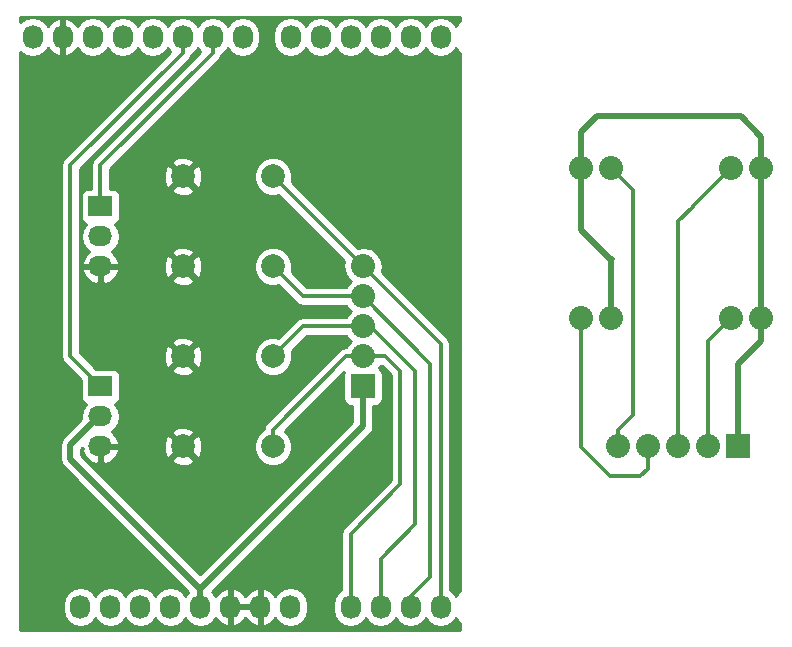
<source format=gtl>
G04 This is an RS-274x file exported by *
G04 gerbv version 2.6.0 *
G04 More information is available about gerbv at *
G04 http://gerbv.gpleda.org/ *
G04 --End of header info--*
%MOIN*%
%FSLAX36Y36*%
%IPPOS*%
G04 --Define apertures--*
%ADD10C,0.0039*%
%ADD11R,0.0800X0.0800*%
%ADD12O,0.0800X0.0800*%
%ADD13O,0.0680X0.0800*%
%ADD14C,0.0787*%
%ADD15C,0.0800*%
%ADD16R,0.0800X0.0680*%
%ADD17O,0.0800X0.0680*%
%ADD18C,0.0200*%
%ADD19C,0.0130*%
%ADD20C,0.0100*%
G04 --Start main section--*
G54D11*
G01X7660000Y-4340000D03*
G54D12*
G01X7560000Y-4340000D03*
G01X7460000Y-4340000D03*
G01X7360000Y-4340000D03*
G01X7260000Y-4340000D03*
G54D13*
G01X5468000Y-4875000D03*
G01X5568000Y-4875000D03*
G01X5668000Y-4875000D03*
G01X5768000Y-4875000D03*
G01X5868000Y-4875000D03*
G01X5968000Y-4875000D03*
G01X6068000Y-4875000D03*
G01X6168000Y-4875000D03*
G01X6369000Y-4875000D03*
G01X6469000Y-4875000D03*
G01X6569000Y-4875000D03*
G01X6669000Y-4875000D03*
G01X6369000Y-2975000D03*
G01X6469000Y-2975000D03*
G01X6269000Y-2975000D03*
G01X6169000Y-2975000D03*
G01X6569000Y-2975000D03*
G01X6669000Y-2975000D03*
G01X5509000Y-2975000D03*
G01X5609000Y-2975000D03*
G01X5709000Y-2975000D03*
G01X6009000Y-2975000D03*
G01X5909000Y-2975000D03*
G01X5809000Y-2975000D03*
G01X5309000Y-2975000D03*
G01X5409000Y-2975000D03*
G54D14*
G01X6110000Y-3740000D03*
G01X5810000Y-3740000D03*
G54D15*
G01X7137795Y-3411775D03*
G54D12*
G01X7237795Y-3411775D03*
G54D14*
G01X6110000Y-4040000D03*
G01X5810000Y-4040000D03*
G54D15*
G01X7737795Y-3411775D03*
G54D12*
G01X7637795Y-3411775D03*
G54D14*
G01X6110000Y-3440000D03*
G01X5810000Y-3440000D03*
G54D15*
G01X7237795Y-3911775D03*
G54D12*
G01X7137795Y-3911775D03*
G54D14*
G01X6110000Y-4340000D03*
G01X5810000Y-4340000D03*
G54D15*
G01X7737795Y-3911775D03*
G54D12*
G01X7637795Y-3911775D03*
G54D16*
G01X5535000Y-4140000D03*
G54D17*
G01X5535000Y-4240000D03*
G01X5535000Y-4340000D03*
G54D16*
G01X5535000Y-3540000D03*
G54D17*
G01X5535000Y-3640000D03*
G01X5535000Y-3740000D03*
G54D11*
G01X6410000Y-4140000D03*
G54D12*
G01X6410000Y-4040000D03*
G01X6410000Y-3940000D03*
G01X6410000Y-3840000D03*
G01X6410000Y-3740000D03*
G54D18*
G01X7660000Y-4340000D02*
G01X7660000Y-4065000D01*
G01X7660000Y-4065000D02*
G01X7737795Y-3987205D01*
G01X7737795Y-3987205D02*
G01X7737795Y-3911775D01*
G01X7137795Y-3411775D02*
G01X7137795Y-3292205D01*
G01X7137795Y-3292205D02*
G01X7190000Y-3240000D01*
G01X7190000Y-3240000D02*
G01X7670000Y-3240000D01*
G01X7670000Y-3240000D02*
G01X7737795Y-3307795D01*
G01X7737795Y-3307795D02*
G01X7737795Y-3411775D01*
G01X7237795Y-3717795D02*
G01X7237795Y-3911775D01*
G01X7137795Y-3617795D02*
G01X7237795Y-3717795D01*
G01X7137795Y-3411775D02*
G01X7137795Y-3617795D01*
G01X7737795Y-3715000D02*
G01X7737795Y-3911775D01*
G01X7737795Y-3411775D02*
G01X7737795Y-3715000D01*
G01X7240589Y-3715000D02*
G01X7237795Y-3717795D01*
G01X6410000Y-4140000D02*
G01X6410000Y-4273000D01*
G01X6410000Y-4273000D02*
G01X5868000Y-4815000D01*
G01X5435000Y-4382000D02*
G01X5435000Y-4334000D01*
G01X5435000Y-4334000D02*
G01X5529000Y-4240000D01*
G01X5529000Y-4240000D02*
G01X5535000Y-4240000D01*
G01X5868000Y-4875000D02*
G01X5868000Y-4815000D01*
G01X5868000Y-4815000D02*
G01X5435000Y-4382000D01*
G54D19*
G01X6410000Y-4040000D02*
G01X6485000Y-4040000D01*
G01X6485000Y-4040000D02*
G01X6535000Y-4090000D01*
G01X6535000Y-4090000D02*
G01X6535000Y-4465000D01*
G01X6535000Y-4465000D02*
G01X6369000Y-4631000D01*
G01X6369000Y-4631000D02*
G01X6369000Y-4875000D01*
G01X6410000Y-4040000D02*
G01X6353431Y-4040000D01*
G01X6353431Y-4040000D02*
G01X6110000Y-4283431D01*
G01X6110000Y-4283431D02*
G01X6110000Y-4340000D01*
G01X6469000Y-4715000D02*
G01X6469000Y-4822000D01*
G01X6410000Y-3940000D02*
G01X6435000Y-3940000D01*
G01X6435000Y-3940000D02*
G01X6585000Y-4090000D01*
G01X6585000Y-4090000D02*
G01X6585000Y-4599000D01*
G01X6585000Y-4599000D02*
G01X6469000Y-4715000D01*
G01X6469000Y-4822000D02*
G01X6469000Y-4875000D01*
G01X6410000Y-3940000D02*
G01X6210000Y-3940000D01*
G01X6210000Y-3940000D02*
G01X6110000Y-4040000D01*
G01X6569000Y-4840000D02*
G01X6569000Y-4875000D01*
G01X6410000Y-3840000D02*
G01X6635000Y-4065000D01*
G01X6635000Y-4065000D02*
G01X6635000Y-4774000D01*
G01X6635000Y-4774000D02*
G01X6569000Y-4840000D01*
G01X6410000Y-3840000D02*
G01X6210000Y-3840000D01*
G01X6210000Y-3840000D02*
G01X6110000Y-3740000D01*
G01X6410000Y-3740000D02*
G01X6669000Y-3999000D01*
G01X6669000Y-3999000D02*
G01X6669000Y-4875000D01*
G01X6110000Y-3440000D02*
G01X6410000Y-3740000D01*
G01X5909000Y-2975000D02*
G01X5909000Y-3028000D01*
G01X5535000Y-3402000D02*
G01X5535000Y-3540000D01*
G01X5909000Y-3028000D02*
G01X5535000Y-3402000D01*
G01X5809000Y-2975000D02*
G01X5809000Y-3028000D01*
G01X5435000Y-3402000D02*
G01X5435000Y-4040000D01*
G01X5809000Y-3028000D02*
G01X5435000Y-3402000D01*
G01X5435000Y-4040000D02*
G01X5535000Y-4140000D01*
G01X7560000Y-4340000D02*
G01X7560000Y-3989569D01*
G01X7560000Y-3989569D02*
G01X7637795Y-3911775D01*
G01X7460000Y-3590000D02*
G01X7460000Y-4340000D01*
G01X7509569Y-3540431D02*
G01X7460000Y-3590000D01*
G01X7509569Y-3540000D02*
G01X7509569Y-3540431D01*
G01X7637795Y-3411775D02*
G01X7509569Y-3540000D01*
G01X7335000Y-4440000D02*
G01X7360000Y-4415000D01*
G01X7360000Y-4415000D02*
G01X7360000Y-4340000D01*
G01X7235000Y-4440000D02*
G01X7335000Y-4440000D01*
G01X7137795Y-4342795D02*
G01X7235000Y-4440000D01*
G01X7137795Y-3911775D02*
G01X7137795Y-4342795D01*
G01X7310000Y-4233431D02*
G01X7310000Y-3483980D01*
G01X7310000Y-3483980D02*
G01X7237795Y-3411775D01*
G01X7260000Y-4340000D02*
G01X7260000Y-4283431D01*
G01X7260000Y-4283431D02*
G01X7310000Y-4233431D01*
G54D20*
G36*
G01X6732047Y-2922822D02*
G01X6727281Y-2926007D01*
G01X6719000Y-2938400D01*
G01X6710719Y-2926007D01*
G01X6691578Y-2913218D01*
G01X6669000Y-2908727D01*
G01X6646422Y-2913218D01*
G01X6627281Y-2926007D01*
G01X6619000Y-2938400D01*
G01X6610719Y-2926007D01*
G01X6591578Y-2913218D01*
G01X6569000Y-2908727D01*
G01X6546422Y-2913218D01*
G01X6527281Y-2926007D01*
G01X6519000Y-2938400D01*
G01X6510719Y-2926007D01*
G01X6491578Y-2913218D01*
G01X6469000Y-2908727D01*
G01X6446422Y-2913218D01*
G01X6427281Y-2926007D01*
G01X6419000Y-2938400D01*
G01X6410719Y-2926007D01*
G01X6391578Y-2913218D01*
G01X6369000Y-2908727D01*
G01X6346422Y-2913218D01*
G01X6327281Y-2926007D01*
G01X6319000Y-2938400D01*
G01X6310719Y-2926007D01*
G01X6291578Y-2913218D01*
G01X6269000Y-2908727D01*
G01X6246422Y-2913218D01*
G01X6227281Y-2926007D01*
G01X6219000Y-2938400D01*
G01X6210719Y-2926007D01*
G01X6191578Y-2913218D01*
G01X6169000Y-2908727D01*
G01X6146422Y-2913218D01*
G01X6127281Y-2926007D01*
G01X6114491Y-2945148D01*
G01X6110000Y-2967727D01*
G01X6110000Y-2982273D01*
G01X6114491Y-3004852D01*
G01X6127281Y-3023993D01*
G01X6146422Y-3036782D01*
G01X6169000Y-3041273D01*
G01X6191578Y-3036782D01*
G01X6210719Y-3023993D01*
G01X6219000Y-3011600D01*
G01X6227281Y-3023993D01*
G01X6246422Y-3036782D01*
G01X6269000Y-3041273D01*
G01X6291578Y-3036782D01*
G01X6310719Y-3023993D01*
G01X6319000Y-3011600D01*
G01X6327281Y-3023993D01*
G01X6346422Y-3036782D01*
G01X6369000Y-3041273D01*
G01X6391578Y-3036782D01*
G01X6410719Y-3023993D01*
G01X6419000Y-3011600D01*
G01X6427281Y-3023993D01*
G01X6446422Y-3036782D01*
G01X6469000Y-3041273D01*
G01X6491578Y-3036782D01*
G01X6510719Y-3023993D01*
G01X6519000Y-3011600D01*
G01X6527281Y-3023993D01*
G01X6546422Y-3036782D01*
G01X6569000Y-3041273D01*
G01X6591578Y-3036782D01*
G01X6610719Y-3023993D01*
G01X6619000Y-3011600D01*
G01X6627281Y-3023993D01*
G01X6646422Y-3036782D01*
G01X6669000Y-3041273D01*
G01X6691578Y-3036782D01*
G01X6710719Y-3023993D01*
G01X6719000Y-3011600D01*
G01X6727281Y-3023993D01*
G01X6732047Y-3027178D01*
G01X6732047Y-4822822D01*
G01X6727281Y-4826007D01*
G01X6719000Y-4838400D01*
G01X6710719Y-4826007D01*
G01X6700500Y-4819179D01*
G01X6700500Y-3999000D01*
G01X6698102Y-3986945D01*
G01X6691274Y-3976726D01*
G01X6472669Y-3758121D01*
G01X6476273Y-3740000D01*
G01X6471326Y-3715126D01*
G01X6457235Y-3694038D01*
G01X6436148Y-3679948D01*
G01X6411273Y-3675000D01*
G01X6408727Y-3675000D01*
G01X6392730Y-3678182D01*
G01X6172304Y-3457756D01*
G01X6174339Y-3452856D01*
G01X6174361Y-3427256D01*
G01X6164585Y-3403596D01*
G01X6146499Y-3385479D01*
G01X6122856Y-3375661D01*
G01X6097256Y-3375639D01*
G01X6073596Y-3385415D01*
G01X6055479Y-3403501D01*
G01X6045661Y-3427144D01*
G01X6045639Y-3452744D01*
G01X6055415Y-3476404D01*
G01X6073501Y-3494521D01*
G01X6097144Y-3504339D01*
G01X6122744Y-3504361D01*
G01X6127746Y-3502294D01*
G01X6347331Y-3721879D01*
G01X6343727Y-3740000D01*
G01X6348674Y-3764874D01*
G01X6362765Y-3785962D01*
G01X6368808Y-3790000D01*
G01X6362765Y-3794038D01*
G01X6353101Y-3808500D01*
G01X6223048Y-3808500D01*
G01X6172304Y-3757756D01*
G01X6174339Y-3752856D01*
G01X6174361Y-3727256D01*
G01X6164585Y-3703596D01*
G01X6146499Y-3685479D01*
G01X6122856Y-3675661D01*
G01X6097256Y-3675639D01*
G01X6073596Y-3685415D01*
G01X6055479Y-3703501D01*
G01X6045661Y-3727144D01*
G01X6045639Y-3752744D01*
G01X6055415Y-3776404D01*
G01X6073501Y-3794521D01*
G01X6097144Y-3804339D01*
G01X6122744Y-3804361D01*
G01X6127746Y-3802294D01*
G01X6187726Y-3862274D01*
G01X6197945Y-3869102D01*
G01X6210000Y-3871500D01*
G01X6353101Y-3871500D01*
G01X6362765Y-3885962D01*
G01X6368808Y-3890000D01*
G01X6362765Y-3894038D01*
G01X6353101Y-3908500D01*
G01X6210000Y-3908500D01*
G01X6197945Y-3910898D01*
G01X6187726Y-3917726D01*
G01X6127756Y-3977696D01*
G01X6122856Y-3975661D01*
G01X6097256Y-3975639D01*
G01X6073596Y-3985415D01*
G01X6055479Y-4003501D01*
G01X6045661Y-4027144D01*
G01X6045639Y-4052744D01*
G01X6055415Y-4076404D01*
G01X6073501Y-4094521D01*
G01X6097144Y-4104339D01*
G01X6122744Y-4104361D01*
G01X6146404Y-4094585D01*
G01X6164521Y-4076499D01*
G01X6174339Y-4052856D01*
G01X6174361Y-4027256D01*
G01X6172294Y-4022254D01*
G01X6223048Y-3971500D01*
G01X6353101Y-3971500D01*
G01X6362765Y-3985962D01*
G01X6368808Y-3990000D01*
G01X6362765Y-3994038D01*
G01X6353051Y-4008576D01*
G01X6341377Y-4010898D01*
G01X6331158Y-4017726D01*
G01X6087726Y-4261158D01*
G01X6080898Y-4271377D01*
G01X6078509Y-4283385D01*
G01X6073596Y-4285415D01*
G01X6055479Y-4303501D01*
G01X6045661Y-4327144D01*
G01X6045639Y-4352744D01*
G01X6055415Y-4376404D01*
G01X6073501Y-4394521D01*
G01X6097144Y-4404339D01*
G01X6122744Y-4404361D01*
G01X6146404Y-4394585D01*
G01X6164521Y-4376499D01*
G01X6174339Y-4352856D01*
G01X6174361Y-4327256D01*
G01X6164585Y-4303596D01*
G01X6149497Y-4288482D01*
G01X6346169Y-4091811D01*
G01X6344510Y-4100000D01*
G01X6344510Y-4180000D01*
G01X6346253Y-4189264D01*
G01X6351729Y-4197773D01*
G01X6360083Y-4203482D01*
G01X6370000Y-4205490D01*
G01X6375000Y-4205490D01*
G01X6375000Y-4258503D01*
G01X5868000Y-4765503D01*
G01X5470000Y-4367503D01*
G01X5470000Y-4348497D01*
G01X5473497Y-4345000D01*
G01X5476487Y-4345000D01*
G01X5471718Y-4354135D01*
G01X5471822Y-4354756D01*
G01X5481822Y-4375513D01*
G01X5499003Y-4390864D01*
G01X5520751Y-4398472D01*
G01X5530000Y-4392792D01*
G01X5530000Y-4345000D01*
G01X5540000Y-4345000D01*
G01X5540000Y-4392792D01*
G01X5549249Y-4398472D01*
G01X5570997Y-4390864D01*
G01X5577157Y-4385361D01*
G01X5771710Y-4385361D01*
G01X5775592Y-4395865D01*
G01X5799590Y-4404780D01*
G01X5825172Y-4403832D01*
G01X5844408Y-4395865D01*
G01X5848290Y-4385361D01*
G01X5810000Y-4347071D01*
G01X5771710Y-4385361D01*
G01X5577157Y-4385361D01*
G01X5588178Y-4375513D01*
G01X5598178Y-4354756D01*
G01X5598282Y-4354135D01*
G01X5593512Y-4345000D01*
G01X5540000Y-4345000D01*
G01X5530000Y-4345000D01*
G01X5529213Y-4345000D01*
G01X5529213Y-4335000D01*
G01X5530000Y-4335000D01*
G01X5530000Y-4334213D01*
G01X5540000Y-4334213D01*
G01X5540000Y-4335000D01*
G01X5593512Y-4335000D01*
G01X5596337Y-4329590D01*
G01X5745220Y-4329590D01*
G01X5746168Y-4355172D01*
G01X5754135Y-4374408D01*
G01X5764639Y-4378290D01*
G01X5802929Y-4340000D01*
G01X5817071Y-4340000D01*
G01X5855361Y-4378290D01*
G01X5865865Y-4374408D01*
G01X5874780Y-4350410D01*
G01X5873832Y-4324828D01*
G01X5865865Y-4305592D01*
G01X5855361Y-4301710D01*
G01X5817071Y-4340000D01*
G01X5802929Y-4340000D01*
G01X5764639Y-4301710D01*
G01X5754135Y-4305592D01*
G01X5745220Y-4329590D01*
G01X5596337Y-4329590D01*
G01X5598282Y-4325865D01*
G01X5598178Y-4325244D01*
G01X5588178Y-4304487D01*
G01X5577157Y-4294639D01*
G01X5771710Y-4294639D01*
G01X5810000Y-4332929D01*
G01X5848290Y-4294639D01*
G01X5844408Y-4284135D01*
G01X5820410Y-4275220D01*
G01X5794828Y-4276168D01*
G01X5775592Y-4284135D01*
G01X5771710Y-4294639D01*
G01X5577157Y-4294639D01*
G01X5571808Y-4289861D01*
G01X5583993Y-4281719D01*
G01X5596782Y-4262578D01*
G01X5601273Y-4240000D01*
G01X5596782Y-4217422D01*
G01X5583993Y-4198281D01*
G01X5583429Y-4197904D01*
G01X5584264Y-4197747D01*
G01X5592773Y-4192271D01*
G01X5598482Y-4183917D01*
G01X5600490Y-4174000D01*
G01X5600490Y-4106000D01*
G01X5598747Y-4096736D01*
G01X5593271Y-4088227D01*
G01X5589077Y-4085361D01*
G01X5771710Y-4085361D01*
G01X5775592Y-4095865D01*
G01X5799590Y-4104780D01*
G01X5825172Y-4103832D01*
G01X5844408Y-4095865D01*
G01X5848290Y-4085361D01*
G01X5810000Y-4047071D01*
G01X5771710Y-4085361D01*
G01X5589077Y-4085361D01*
G01X5584917Y-4082518D01*
G01X5575000Y-4080510D01*
G01X5520058Y-4080510D01*
G01X5469138Y-4029590D01*
G01X5745220Y-4029590D01*
G01X5746168Y-4055172D01*
G01X5754135Y-4074408D01*
G01X5764639Y-4078290D01*
G01X5802929Y-4040000D01*
G01X5817071Y-4040000D01*
G01X5855361Y-4078290D01*
G01X5865865Y-4074408D01*
G01X5874780Y-4050410D01*
G01X5873832Y-4024828D01*
G01X5865865Y-4005592D01*
G01X5855361Y-4001710D01*
G01X5817071Y-4040000D01*
G01X5802929Y-4040000D01*
G01X5764639Y-4001710D01*
G01X5754135Y-4005592D01*
G01X5745220Y-4029590D01*
G01X5469138Y-4029590D01*
G01X5466500Y-4026952D01*
G01X5466500Y-3994639D01*
G01X5771710Y-3994639D01*
G01X5810000Y-4032929D01*
G01X5848290Y-3994639D01*
G01X5844408Y-3984135D01*
G01X5820410Y-3975220D01*
G01X5794828Y-3976168D01*
G01X5775592Y-3984135D01*
G01X5771710Y-3994639D01*
G01X5466500Y-3994639D01*
G01X5466500Y-3754135D01*
G01X5471718Y-3754135D01*
G01X5471822Y-3754756D01*
G01X5481822Y-3775513D01*
G01X5499003Y-3790864D01*
G01X5520751Y-3798472D01*
G01X5530000Y-3792792D01*
G01X5530000Y-3745000D01*
G01X5540000Y-3745000D01*
G01X5540000Y-3792792D01*
G01X5549249Y-3798472D01*
G01X5570997Y-3790864D01*
G01X5577157Y-3785361D01*
G01X5771710Y-3785361D01*
G01X5775592Y-3795865D01*
G01X5799590Y-3804780D01*
G01X5825172Y-3803832D01*
G01X5844408Y-3795865D01*
G01X5848290Y-3785361D01*
G01X5810000Y-3747071D01*
G01X5771710Y-3785361D01*
G01X5577157Y-3785361D01*
G01X5588178Y-3775513D01*
G01X5598178Y-3754756D01*
G01X5598282Y-3754135D01*
G01X5593512Y-3745000D01*
G01X5540000Y-3745000D01*
G01X5530000Y-3745000D01*
G01X5476488Y-3745000D01*
G01X5471718Y-3754135D01*
G01X5466500Y-3754135D01*
G01X5466500Y-3415048D01*
G01X5831274Y-3050274D01*
G01X5838102Y-3040055D01*
G01X5839853Y-3031253D01*
G01X5850719Y-3023993D01*
G01X5859000Y-3011600D01*
G01X5867281Y-3023993D01*
G01X5867987Y-3024465D01*
G01X5512726Y-3379726D01*
G01X5505898Y-3389945D01*
G01X5503500Y-3402000D01*
G01X5503500Y-3480510D01*
G01X5495000Y-3480510D01*
G01X5485736Y-3482253D01*
G01X5477227Y-3487729D01*
G01X5471518Y-3496083D01*
G01X5469510Y-3506000D01*
G01X5469510Y-3574000D01*
G01X5471253Y-3583264D01*
G01X5476729Y-3591773D01*
G01X5485083Y-3597482D01*
G01X5486710Y-3597811D01*
G01X5486007Y-3598281D01*
G01X5473218Y-3617422D01*
G01X5468727Y-3640000D01*
G01X5473218Y-3662578D01*
G01X5486007Y-3681719D01*
G01X5498192Y-3689861D01*
G01X5481822Y-3704487D01*
G01X5471822Y-3725244D01*
G01X5471718Y-3725865D01*
G01X5476488Y-3735000D01*
G01X5530000Y-3735000D01*
G01X5530000Y-3734213D01*
G01X5540000Y-3734213D01*
G01X5540000Y-3735000D01*
G01X5593512Y-3735000D01*
G01X5596337Y-3729590D01*
G01X5745220Y-3729590D01*
G01X5746168Y-3755172D01*
G01X5754135Y-3774408D01*
G01X5764639Y-3778290D01*
G01X5802929Y-3740000D01*
G01X5817071Y-3740000D01*
G01X5855361Y-3778290D01*
G01X5865865Y-3774408D01*
G01X5874780Y-3750410D01*
G01X5873832Y-3724828D01*
G01X5865865Y-3705592D01*
G01X5855361Y-3701710D01*
G01X5817071Y-3740000D01*
G01X5802929Y-3740000D01*
G01X5764639Y-3701710D01*
G01X5754135Y-3705592D01*
G01X5745220Y-3729590D01*
G01X5596337Y-3729590D01*
G01X5598282Y-3725865D01*
G01X5598178Y-3725244D01*
G01X5588178Y-3704487D01*
G01X5577157Y-3694639D01*
G01X5771710Y-3694639D01*
G01X5810000Y-3732929D01*
G01X5848290Y-3694639D01*
G01X5844408Y-3684135D01*
G01X5820410Y-3675220D01*
G01X5794828Y-3676168D01*
G01X5775592Y-3684135D01*
G01X5771710Y-3694639D01*
G01X5577157Y-3694639D01*
G01X5571808Y-3689861D01*
G01X5583993Y-3681719D01*
G01X5596782Y-3662578D01*
G01X5601273Y-3640000D01*
G01X5596782Y-3617422D01*
G01X5583993Y-3598281D01*
G01X5583429Y-3597904D01*
G01X5584264Y-3597747D01*
G01X5592773Y-3592271D01*
G01X5598482Y-3583917D01*
G01X5600490Y-3574000D01*
G01X5600490Y-3506000D01*
G01X5598747Y-3496736D01*
G01X5593271Y-3488227D01*
G01X5589077Y-3485361D01*
G01X5771710Y-3485361D01*
G01X5775592Y-3495865D01*
G01X5799590Y-3504780D01*
G01X5825172Y-3503832D01*
G01X5844408Y-3495865D01*
G01X5848290Y-3485361D01*
G01X5810000Y-3447071D01*
G01X5771710Y-3485361D01*
G01X5589077Y-3485361D01*
G01X5584917Y-3482518D01*
G01X5575000Y-3480510D01*
G01X5566500Y-3480510D01*
G01X5566500Y-3429590D01*
G01X5745220Y-3429590D01*
G01X5746168Y-3455172D01*
G01X5754135Y-3474408D01*
G01X5764639Y-3478290D01*
G01X5802929Y-3440000D01*
G01X5817071Y-3440000D01*
G01X5855361Y-3478290D01*
G01X5865865Y-3474408D01*
G01X5874780Y-3450410D01*
G01X5873832Y-3424828D01*
G01X5865865Y-3405592D01*
G01X5855361Y-3401710D01*
G01X5817071Y-3440000D01*
G01X5802929Y-3440000D01*
G01X5764639Y-3401710D01*
G01X5754135Y-3405592D01*
G01X5745220Y-3429590D01*
G01X5566500Y-3429590D01*
G01X5566500Y-3415048D01*
G01X5586908Y-3394639D01*
G01X5771710Y-3394639D01*
G01X5810000Y-3432929D01*
G01X5848290Y-3394639D01*
G01X5844408Y-3384135D01*
G01X5820410Y-3375220D01*
G01X5794828Y-3376168D01*
G01X5775592Y-3384135D01*
G01X5771710Y-3394639D01*
G01X5586908Y-3394639D01*
G01X5931274Y-3050274D01*
G01X5938102Y-3040055D01*
G01X5939853Y-3031253D01*
G01X5950719Y-3023993D01*
G01X5959000Y-3011600D01*
G01X5967281Y-3023993D01*
G01X5986422Y-3036782D01*
G01X6009000Y-3041273D01*
G01X6031578Y-3036782D01*
G01X6050719Y-3023993D01*
G01X6063509Y-3004852D01*
G01X6068000Y-2982273D01*
G01X6068000Y-2967727D01*
G01X6063509Y-2945148D01*
G01X6050719Y-2926007D01*
G01X6031578Y-2913218D01*
G01X6009000Y-2908727D01*
G01X5986422Y-2913218D01*
G01X5967281Y-2926007D01*
G01X5959000Y-2938400D01*
G01X5950719Y-2926007D01*
G01X5931578Y-2913218D01*
G01X5909000Y-2908727D01*
G01X5886422Y-2913218D01*
G01X5867281Y-2926007D01*
G01X5859000Y-2938400D01*
G01X5850719Y-2926007D01*
G01X5831578Y-2913218D01*
G01X5809000Y-2908727D01*
G01X5786422Y-2913218D01*
G01X5767281Y-2926007D01*
G01X5759000Y-2938400D01*
G01X5750719Y-2926007D01*
G01X5731578Y-2913218D01*
G01X5709000Y-2908727D01*
G01X5686422Y-2913218D01*
G01X5667281Y-2926007D01*
G01X5659000Y-2938400D01*
G01X5650719Y-2926007D01*
G01X5631578Y-2913218D01*
G01X5609000Y-2908727D01*
G01X5586422Y-2913218D01*
G01X5567281Y-2926007D01*
G01X5559000Y-2938400D01*
G01X5550719Y-2926007D01*
G01X5531578Y-2913218D01*
G01X5509000Y-2908727D01*
G01X5486422Y-2913218D01*
G01X5467281Y-2926007D01*
G01X5459139Y-2938192D01*
G01X5444513Y-2921822D01*
G01X5423756Y-2911822D01*
G01X5423135Y-2911718D01*
G01X5414000Y-2916488D01*
G01X5414000Y-2970000D01*
G01X5414787Y-2970000D01*
G01X5414787Y-2980000D01*
G01X5414000Y-2980000D01*
G01X5414000Y-3033512D01*
G01X5423135Y-3038282D01*
G01X5423756Y-3038178D01*
G01X5444513Y-3028178D01*
G01X5459139Y-3011808D01*
G01X5467281Y-3023993D01*
G01X5486422Y-3036782D01*
G01X5509000Y-3041273D01*
G01X5531578Y-3036782D01*
G01X5550719Y-3023993D01*
G01X5559000Y-3011600D01*
G01X5567281Y-3023993D01*
G01X5586422Y-3036782D01*
G01X5609000Y-3041273D01*
G01X5631578Y-3036782D01*
G01X5650719Y-3023993D01*
G01X5659000Y-3011600D01*
G01X5667281Y-3023993D01*
G01X5686422Y-3036782D01*
G01X5709000Y-3041273D01*
G01X5731578Y-3036782D01*
G01X5750719Y-3023993D01*
G01X5759000Y-3011600D01*
G01X5767281Y-3023993D01*
G01X5767987Y-3024465D01*
G01X5412726Y-3379726D01*
G01X5405898Y-3389945D01*
G01X5403500Y-3402000D01*
G01X5403500Y-4040000D01*
G01X5405898Y-4052055D01*
G01X5412726Y-4062274D01*
G01X5469510Y-4119058D01*
G01X5469510Y-4174000D01*
G01X5471253Y-4183264D01*
G01X5476729Y-4191773D01*
G01X5485083Y-4197482D01*
G01X5486710Y-4197811D01*
G01X5486007Y-4198281D01*
G01X5473218Y-4217422D01*
G01X5468727Y-4240000D01*
G01X5470514Y-4248988D01*
G01X5410251Y-4309251D01*
G01X5402664Y-4320606D01*
G01X5400000Y-4334000D01*
G01X5400000Y-4382000D01*
G01X5402664Y-4395394D01*
G01X5408656Y-4404361D01*
G01X5410251Y-4406749D01*
G01X5828216Y-4824714D01*
G01X5826281Y-4826007D01*
G01X5818000Y-4838400D01*
G01X5809719Y-4826007D01*
G01X5790578Y-4813218D01*
G01X5768000Y-4808727D01*
G01X5745422Y-4813218D01*
G01X5726281Y-4826007D01*
G01X5718000Y-4838400D01*
G01X5709719Y-4826007D01*
G01X5690578Y-4813218D01*
G01X5668000Y-4808727D01*
G01X5645422Y-4813218D01*
G01X5626281Y-4826007D01*
G01X5618000Y-4838400D01*
G01X5609719Y-4826007D01*
G01X5590578Y-4813218D01*
G01X5568000Y-4808727D01*
G01X5545422Y-4813218D01*
G01X5526281Y-4826007D01*
G01X5518000Y-4838400D01*
G01X5509719Y-4826007D01*
G01X5490578Y-4813218D01*
G01X5468000Y-4808727D01*
G01X5445422Y-4813218D01*
G01X5426281Y-4826007D01*
G01X5413491Y-4845148D01*
G01X5409000Y-4867727D01*
G01X5409000Y-4882273D01*
G01X5413491Y-4904852D01*
G01X5426281Y-4923993D01*
G01X5445422Y-4936782D01*
G01X5468000Y-4941273D01*
G01X5490578Y-4936782D01*
G01X5509719Y-4923993D01*
G01X5518000Y-4911600D01*
G01X5526281Y-4923993D01*
G01X5545422Y-4936782D01*
G01X5568000Y-4941273D01*
G01X5590578Y-4936782D01*
G01X5609719Y-4923993D01*
G01X5618000Y-4911600D01*
G01X5626281Y-4923993D01*
G01X5645422Y-4936782D01*
G01X5668000Y-4941273D01*
G01X5690578Y-4936782D01*
G01X5709719Y-4923993D01*
G01X5718000Y-4911600D01*
G01X5726281Y-4923993D01*
G01X5745422Y-4936782D01*
G01X5768000Y-4941273D01*
G01X5790578Y-4936782D01*
G01X5809719Y-4923993D01*
G01X5818000Y-4911600D01*
G01X5826281Y-4923993D01*
G01X5845422Y-4936782D01*
G01X5868000Y-4941273D01*
G01X5890578Y-4936782D01*
G01X5909719Y-4923993D01*
G01X5917861Y-4911808D01*
G01X5932487Y-4928178D01*
G01X5953244Y-4938178D01*
G01X5953865Y-4938282D01*
G01X5963000Y-4933512D01*
G01X5963000Y-4880000D01*
G01X5973000Y-4880000D01*
G01X5973000Y-4933512D01*
G01X5982135Y-4938282D01*
G01X5982756Y-4938178D01*
G01X6003513Y-4928178D01*
G01X6018000Y-4911964D01*
G01X6032487Y-4928178D01*
G01X6053244Y-4938178D01*
G01X6053865Y-4938282D01*
G01X6063000Y-4933512D01*
G01X6063000Y-4880000D01*
G01X5973000Y-4880000D01*
G01X5963000Y-4880000D01*
G01X5962213Y-4880000D01*
G01X5962213Y-4870000D01*
G01X5963000Y-4870000D01*
G01X5963000Y-4816488D01*
G01X5973000Y-4816488D01*
G01X5973000Y-4870000D01*
G01X6063000Y-4870000D01*
G01X6063000Y-4816488D01*
G01X6073000Y-4816488D01*
G01X6073000Y-4870000D01*
G01X6073787Y-4870000D01*
G01X6073787Y-4880000D01*
G01X6073000Y-4880000D01*
G01X6073000Y-4933512D01*
G01X6082135Y-4938282D01*
G01X6082756Y-4938178D01*
G01X6103513Y-4928178D01*
G01X6118139Y-4911808D01*
G01X6126281Y-4923993D01*
G01X6145422Y-4936782D01*
G01X6168000Y-4941273D01*
G01X6190578Y-4936782D01*
G01X6209719Y-4923993D01*
G01X6222509Y-4904852D01*
G01X6227000Y-4882273D01*
G01X6227000Y-4867727D01*
G01X6222509Y-4845148D01*
G01X6209719Y-4826007D01*
G01X6190578Y-4813218D01*
G01X6168000Y-4808727D01*
G01X6145422Y-4813218D01*
G01X6126281Y-4826007D01*
G01X6118139Y-4838192D01*
G01X6103513Y-4821822D01*
G01X6082756Y-4811822D01*
G01X6082135Y-4811718D01*
G01X6073000Y-4816488D01*
G01X6063000Y-4816488D01*
G01X6053865Y-4811718D01*
G01X6053244Y-4811822D01*
G01X6032487Y-4821822D01*
G01X6018000Y-4838036D01*
G01X6003513Y-4821822D01*
G01X5982756Y-4811822D01*
G01X5982135Y-4811718D01*
G01X5973000Y-4816488D01*
G01X5963000Y-4816488D01*
G01X5953865Y-4811718D01*
G01X5953244Y-4811822D01*
G01X5932487Y-4821822D01*
G01X5917861Y-4838192D01*
G01X5909719Y-4826007D01*
G01X5907784Y-4824714D01*
G01X6434749Y-4297749D01*
G01X6442336Y-4286394D01*
G01X6445000Y-4273000D01*
G01X6445000Y-4205490D01*
G01X6450000Y-4205490D01*
G01X6459264Y-4203747D01*
G01X6467773Y-4198271D01*
G01X6473482Y-4189917D01*
G01X6475490Y-4180000D01*
G01X6475490Y-4100000D01*
G01X6473747Y-4090736D01*
G01X6468271Y-4082227D01*
G01X6462408Y-4078221D01*
G01X6466899Y-4071500D01*
G01X6471952Y-4071500D01*
G01X6503500Y-4103048D01*
G01X6503500Y-4451952D01*
G01X6346726Y-4608726D01*
G01X6339898Y-4618945D01*
G01X6337500Y-4631000D01*
G01X6337500Y-4819179D01*
G01X6327281Y-4826007D01*
G01X6314491Y-4845148D01*
G01X6310000Y-4867727D01*
G01X6310000Y-4882273D01*
G01X6314491Y-4904852D01*
G01X6327281Y-4923993D01*
G01X6346422Y-4936782D01*
G01X6369000Y-4941273D01*
G01X6391578Y-4936782D01*
G01X6410719Y-4923993D01*
G01X6419000Y-4911600D01*
G01X6427281Y-4923993D01*
G01X6446422Y-4936782D01*
G01X6469000Y-4941273D01*
G01X6491578Y-4936782D01*
G01X6510719Y-4923993D01*
G01X6519000Y-4911600D01*
G01X6527281Y-4923993D01*
G01X6546422Y-4936782D01*
G01X6569000Y-4941273D01*
G01X6591578Y-4936782D01*
G01X6610719Y-4923993D01*
G01X6619000Y-4911600D01*
G01X6627281Y-4923993D01*
G01X6646422Y-4936782D01*
G01X6669000Y-4941273D01*
G01X6691578Y-4936782D01*
G01X6710719Y-4923993D01*
G01X6719000Y-4911600D01*
G01X6727281Y-4923993D01*
G01X6732047Y-4927178D01*
G01X6732047Y-4952047D01*
G01X5267953Y-4952047D01*
G01X5267953Y-3024442D01*
G01X5286422Y-3036782D01*
G01X5309000Y-3041273D01*
G01X5331578Y-3036782D01*
G01X5350719Y-3023993D01*
G01X5358861Y-3011808D01*
G01X5373487Y-3028178D01*
G01X5394244Y-3038178D01*
G01X5394865Y-3038282D01*
G01X5404000Y-3033512D01*
G01X5404000Y-2980000D01*
G01X5403213Y-2980000D01*
G01X5403213Y-2970000D01*
G01X5404000Y-2970000D01*
G01X5404000Y-2916488D01*
G01X5394865Y-2911718D01*
G01X5394244Y-2911822D01*
G01X5373487Y-2921822D01*
G01X5358861Y-2938192D01*
G01X5350719Y-2926007D01*
G01X5331578Y-2913218D01*
G01X5309000Y-2908727D01*
G01X5286422Y-2913218D01*
G01X5267953Y-2925558D01*
G01X5267953Y-2907953D01*
G01X6732047Y-2907953D01*
G01X6732047Y-2922822D01*
G01X6732047Y-2922822D01*
G37*
G01X6732047Y-2922822D02*
G01X6727281Y-2926007D01*
G01X6727281Y-2926007D02*
G01X6719000Y-2938400D01*
G01X6719000Y-2938400D02*
G01X6710719Y-2926007D01*
G01X6710719Y-2926007D02*
G01X6691578Y-2913218D01*
G01X6691578Y-2913218D02*
G01X6669000Y-2908727D01*
G01X6669000Y-2908727D02*
G01X6646422Y-2913218D01*
G01X6646422Y-2913218D02*
G01X6627281Y-2926007D01*
G01X6627281Y-2926007D02*
G01X6619000Y-2938400D01*
G01X6619000Y-2938400D02*
G01X6610719Y-2926007D01*
G01X6610719Y-2926007D02*
G01X6591578Y-2913218D01*
G01X6591578Y-2913218D02*
G01X6569000Y-2908727D01*
G01X6569000Y-2908727D02*
G01X6546422Y-2913218D01*
G01X6546422Y-2913218D02*
G01X6527281Y-2926007D01*
G01X6527281Y-2926007D02*
G01X6519000Y-2938400D01*
G01X6519000Y-2938400D02*
G01X6510719Y-2926007D01*
G01X6510719Y-2926007D02*
G01X6491578Y-2913218D01*
G01X6491578Y-2913218D02*
G01X6469000Y-2908727D01*
G01X6469000Y-2908727D02*
G01X6446422Y-2913218D01*
G01X6446422Y-2913218D02*
G01X6427281Y-2926007D01*
G01X6427281Y-2926007D02*
G01X6419000Y-2938400D01*
G01X6419000Y-2938400D02*
G01X6410719Y-2926007D01*
G01X6410719Y-2926007D02*
G01X6391578Y-2913218D01*
G01X6391578Y-2913218D02*
G01X6369000Y-2908727D01*
G01X6369000Y-2908727D02*
G01X6346422Y-2913218D01*
G01X6346422Y-2913218D02*
G01X6327281Y-2926007D01*
G01X6327281Y-2926007D02*
G01X6319000Y-2938400D01*
G01X6319000Y-2938400D02*
G01X6310719Y-2926007D01*
G01X6310719Y-2926007D02*
G01X6291578Y-2913218D01*
G01X6291578Y-2913218D02*
G01X6269000Y-2908727D01*
G01X6269000Y-2908727D02*
G01X6246422Y-2913218D01*
G01X6246422Y-2913218D02*
G01X6227281Y-2926007D01*
G01X6227281Y-2926007D02*
G01X6219000Y-2938400D01*
G01X6219000Y-2938400D02*
G01X6210719Y-2926007D01*
G01X6210719Y-2926007D02*
G01X6191578Y-2913218D01*
G01X6191578Y-2913218D02*
G01X6169000Y-2908727D01*
G01X6169000Y-2908727D02*
G01X6146422Y-2913218D01*
G01X6146422Y-2913218D02*
G01X6127281Y-2926007D01*
G01X6127281Y-2926007D02*
G01X6114491Y-2945148D01*
G01X6114491Y-2945148D02*
G01X6110000Y-2967727D01*
G01X6110000Y-2967727D02*
G01X6110000Y-2982273D01*
G01X6110000Y-2982273D02*
G01X6114491Y-3004852D01*
G01X6114491Y-3004852D02*
G01X6127281Y-3023993D01*
G01X6127281Y-3023993D02*
G01X6146422Y-3036782D01*
G01X6146422Y-3036782D02*
G01X6169000Y-3041273D01*
G01X6169000Y-3041273D02*
G01X6191578Y-3036782D01*
G01X6191578Y-3036782D02*
G01X6210719Y-3023993D01*
G01X6210719Y-3023993D02*
G01X6219000Y-3011600D01*
G01X6219000Y-3011600D02*
G01X6227281Y-3023993D01*
G01X6227281Y-3023993D02*
G01X6246422Y-3036782D01*
G01X6246422Y-3036782D02*
G01X6269000Y-3041273D01*
G01X6269000Y-3041273D02*
G01X6291578Y-3036782D01*
G01X6291578Y-3036782D02*
G01X6310719Y-3023993D01*
G01X6310719Y-3023993D02*
G01X6319000Y-3011600D01*
G01X6319000Y-3011600D02*
G01X6327281Y-3023993D01*
G01X6327281Y-3023993D02*
G01X6346422Y-3036782D01*
G01X6346422Y-3036782D02*
G01X6369000Y-3041273D01*
G01X6369000Y-3041273D02*
G01X6391578Y-3036782D01*
G01X6391578Y-3036782D02*
G01X6410719Y-3023993D01*
G01X6410719Y-3023993D02*
G01X6419000Y-3011600D01*
G01X6419000Y-3011600D02*
G01X6427281Y-3023993D01*
G01X6427281Y-3023993D02*
G01X6446422Y-3036782D01*
G01X6446422Y-3036782D02*
G01X6469000Y-3041273D01*
G01X6469000Y-3041273D02*
G01X6491578Y-3036782D01*
G01X6491578Y-3036782D02*
G01X6510719Y-3023993D01*
G01X6510719Y-3023993D02*
G01X6519000Y-3011600D01*
G01X6519000Y-3011600D02*
G01X6527281Y-3023993D01*
G01X6527281Y-3023993D02*
G01X6546422Y-3036782D01*
G01X6546422Y-3036782D02*
G01X6569000Y-3041273D01*
G01X6569000Y-3041273D02*
G01X6591578Y-3036782D01*
G01X6591578Y-3036782D02*
G01X6610719Y-3023993D01*
G01X6610719Y-3023993D02*
G01X6619000Y-3011600D01*
G01X6619000Y-3011600D02*
G01X6627281Y-3023993D01*
G01X6627281Y-3023993D02*
G01X6646422Y-3036782D01*
G01X6646422Y-3036782D02*
G01X6669000Y-3041273D01*
G01X6669000Y-3041273D02*
G01X6691578Y-3036782D01*
G01X6691578Y-3036782D02*
G01X6710719Y-3023993D01*
G01X6710719Y-3023993D02*
G01X6719000Y-3011600D01*
G01X6719000Y-3011600D02*
G01X6727281Y-3023993D01*
G01X6727281Y-3023993D02*
G01X6732047Y-3027178D01*
G01X6732047Y-3027178D02*
G01X6732047Y-4822822D01*
G01X6732047Y-4822822D02*
G01X6727281Y-4826007D01*
G01X6727281Y-4826007D02*
G01X6719000Y-4838400D01*
G01X6719000Y-4838400D02*
G01X6710719Y-4826007D01*
G01X6710719Y-4826007D02*
G01X6700500Y-4819179D01*
G01X6700500Y-4819179D02*
G01X6700500Y-3999000D01*
G01X6700500Y-3999000D02*
G01X6698102Y-3986945D01*
G01X6698102Y-3986945D02*
G01X6691274Y-3976726D01*
G01X6691274Y-3976726D02*
G01X6472669Y-3758121D01*
G01X6472669Y-3758121D02*
G01X6476273Y-3740000D01*
G01X6476273Y-3740000D02*
G01X6471326Y-3715126D01*
G01X6471326Y-3715126D02*
G01X6457235Y-3694038D01*
G01X6457235Y-3694038D02*
G01X6436148Y-3679948D01*
G01X6436148Y-3679948D02*
G01X6411273Y-3675000D01*
G01X6411273Y-3675000D02*
G01X6408727Y-3675000D01*
G01X6408727Y-3675000D02*
G01X6392730Y-3678182D01*
G01X6392730Y-3678182D02*
G01X6172304Y-3457756D01*
G01X6172304Y-3457756D02*
G01X6174339Y-3452856D01*
G01X6174339Y-3452856D02*
G01X6174361Y-3427256D01*
G01X6174361Y-3427256D02*
G01X6164585Y-3403596D01*
G01X6164585Y-3403596D02*
G01X6146499Y-3385479D01*
G01X6146499Y-3385479D02*
G01X6122856Y-3375661D01*
G01X6122856Y-3375661D02*
G01X6097256Y-3375639D01*
G01X6097256Y-3375639D02*
G01X6073596Y-3385415D01*
G01X6073596Y-3385415D02*
G01X6055479Y-3403501D01*
G01X6055479Y-3403501D02*
G01X6045661Y-3427144D01*
G01X6045661Y-3427144D02*
G01X6045639Y-3452744D01*
G01X6045639Y-3452744D02*
G01X6055415Y-3476404D01*
G01X6055415Y-3476404D02*
G01X6073501Y-3494521D01*
G01X6073501Y-3494521D02*
G01X6097144Y-3504339D01*
G01X6097144Y-3504339D02*
G01X6122744Y-3504361D01*
G01X6122744Y-3504361D02*
G01X6127746Y-3502294D01*
G01X6127746Y-3502294D02*
G01X6347331Y-3721879D01*
G01X6347331Y-3721879D02*
G01X6343727Y-3740000D01*
G01X6343727Y-3740000D02*
G01X6348674Y-3764874D01*
G01X6348674Y-3764874D02*
G01X6362765Y-3785962D01*
G01X6362765Y-3785962D02*
G01X6368808Y-3790000D01*
G01X6368808Y-3790000D02*
G01X6362765Y-3794038D01*
G01X6362765Y-3794038D02*
G01X6353101Y-3808500D01*
G01X6353101Y-3808500D02*
G01X6223048Y-3808500D01*
G01X6223048Y-3808500D02*
G01X6172304Y-3757756D01*
G01X6172304Y-3757756D02*
G01X6174339Y-3752856D01*
G01X6174339Y-3752856D02*
G01X6174361Y-3727256D01*
G01X6174361Y-3727256D02*
G01X6164585Y-3703596D01*
G01X6164585Y-3703596D02*
G01X6146499Y-3685479D01*
G01X6146499Y-3685479D02*
G01X6122856Y-3675661D01*
G01X6122856Y-3675661D02*
G01X6097256Y-3675639D01*
G01X6097256Y-3675639D02*
G01X6073596Y-3685415D01*
G01X6073596Y-3685415D02*
G01X6055479Y-3703501D01*
G01X6055479Y-3703501D02*
G01X6045661Y-3727144D01*
G01X6045661Y-3727144D02*
G01X6045639Y-3752744D01*
G01X6045639Y-3752744D02*
G01X6055415Y-3776404D01*
G01X6055415Y-3776404D02*
G01X6073501Y-3794521D01*
G01X6073501Y-3794521D02*
G01X6097144Y-3804339D01*
G01X6097144Y-3804339D02*
G01X6122744Y-3804361D01*
G01X6122744Y-3804361D02*
G01X6127746Y-3802294D01*
G01X6127746Y-3802294D02*
G01X6187726Y-3862274D01*
G01X6187726Y-3862274D02*
G01X6197945Y-3869102D01*
G01X6197945Y-3869102D02*
G01X6210000Y-3871500D01*
G01X6210000Y-3871500D02*
G01X6353101Y-3871500D01*
G01X6353101Y-3871500D02*
G01X6362765Y-3885962D01*
G01X6362765Y-3885962D02*
G01X6368808Y-3890000D01*
G01X6368808Y-3890000D02*
G01X6362765Y-3894038D01*
G01X6362765Y-3894038D02*
G01X6353101Y-3908500D01*
G01X6353101Y-3908500D02*
G01X6210000Y-3908500D01*
G01X6210000Y-3908500D02*
G01X6197945Y-3910898D01*
G01X6197945Y-3910898D02*
G01X6187726Y-3917726D01*
G01X6187726Y-3917726D02*
G01X6127756Y-3977696D01*
G01X6127756Y-3977696D02*
G01X6122856Y-3975661D01*
G01X6122856Y-3975661D02*
G01X6097256Y-3975639D01*
G01X6097256Y-3975639D02*
G01X6073596Y-3985415D01*
G01X6073596Y-3985415D02*
G01X6055479Y-4003501D01*
G01X6055479Y-4003501D02*
G01X6045661Y-4027144D01*
G01X6045661Y-4027144D02*
G01X6045639Y-4052744D01*
G01X6045639Y-4052744D02*
G01X6055415Y-4076404D01*
G01X6055415Y-4076404D02*
G01X6073501Y-4094521D01*
G01X6073501Y-4094521D02*
G01X6097144Y-4104339D01*
G01X6097144Y-4104339D02*
G01X6122744Y-4104361D01*
G01X6122744Y-4104361D02*
G01X6146404Y-4094585D01*
G01X6146404Y-4094585D02*
G01X6164521Y-4076499D01*
G01X6164521Y-4076499D02*
G01X6174339Y-4052856D01*
G01X6174339Y-4052856D02*
G01X6174361Y-4027256D01*
G01X6174361Y-4027256D02*
G01X6172294Y-4022254D01*
G01X6172294Y-4022254D02*
G01X6223048Y-3971500D01*
G01X6223048Y-3971500D02*
G01X6353101Y-3971500D01*
G01X6353101Y-3971500D02*
G01X6362765Y-3985962D01*
G01X6362765Y-3985962D02*
G01X6368808Y-3990000D01*
G01X6368808Y-3990000D02*
G01X6362765Y-3994038D01*
G01X6362765Y-3994038D02*
G01X6353051Y-4008576D01*
G01X6353051Y-4008576D02*
G01X6341377Y-4010898D01*
G01X6341377Y-4010898D02*
G01X6331158Y-4017726D01*
G01X6331158Y-4017726D02*
G01X6087726Y-4261158D01*
G01X6087726Y-4261158D02*
G01X6080898Y-4271377D01*
G01X6080898Y-4271377D02*
G01X6078509Y-4283385D01*
G01X6078509Y-4283385D02*
G01X6073596Y-4285415D01*
G01X6073596Y-4285415D02*
G01X6055479Y-4303501D01*
G01X6055479Y-4303501D02*
G01X6045661Y-4327144D01*
G01X6045661Y-4327144D02*
G01X6045639Y-4352744D01*
G01X6045639Y-4352744D02*
G01X6055415Y-4376404D01*
G01X6055415Y-4376404D02*
G01X6073501Y-4394521D01*
G01X6073501Y-4394521D02*
G01X6097144Y-4404339D01*
G01X6097144Y-4404339D02*
G01X6122744Y-4404361D01*
G01X6122744Y-4404361D02*
G01X6146404Y-4394585D01*
G01X6146404Y-4394585D02*
G01X6164521Y-4376499D01*
G01X6164521Y-4376499D02*
G01X6174339Y-4352856D01*
G01X6174339Y-4352856D02*
G01X6174361Y-4327256D01*
G01X6174361Y-4327256D02*
G01X6164585Y-4303596D01*
G01X6164585Y-4303596D02*
G01X6149497Y-4288482D01*
G01X6149497Y-4288482D02*
G01X6346169Y-4091811D01*
G01X6346169Y-4091811D02*
G01X6344510Y-4100000D01*
G01X6344510Y-4100000D02*
G01X6344510Y-4180000D01*
G01X6344510Y-4180000D02*
G01X6346253Y-4189264D01*
G01X6346253Y-4189264D02*
G01X6351729Y-4197773D01*
G01X6351729Y-4197773D02*
G01X6360083Y-4203482D01*
G01X6360083Y-4203482D02*
G01X6370000Y-4205490D01*
G01X6370000Y-4205490D02*
G01X6375000Y-4205490D01*
G01X6375000Y-4205490D02*
G01X6375000Y-4258503D01*
G01X6375000Y-4258503D02*
G01X5868000Y-4765503D01*
G01X5868000Y-4765503D02*
G01X5470000Y-4367503D01*
G01X5470000Y-4367503D02*
G01X5470000Y-4348497D01*
G01X5470000Y-4348497D02*
G01X5473497Y-4345000D01*
G01X5473497Y-4345000D02*
G01X5476487Y-4345000D01*
G01X5476487Y-4345000D02*
G01X5471718Y-4354135D01*
G01X5471718Y-4354135D02*
G01X5471822Y-4354756D01*
G01X5471822Y-4354756D02*
G01X5481822Y-4375513D01*
G01X5481822Y-4375513D02*
G01X5499003Y-4390864D01*
G01X5499003Y-4390864D02*
G01X5520751Y-4398472D01*
G01X5520751Y-4398472D02*
G01X5530000Y-4392792D01*
G01X5530000Y-4392792D02*
G01X5530000Y-4345000D01*
G01X5530000Y-4345000D02*
G01X5540000Y-4345000D01*
G01X5540000Y-4345000D02*
G01X5540000Y-4392792D01*
G01X5540000Y-4392792D02*
G01X5549249Y-4398472D01*
G01X5549249Y-4398472D02*
G01X5570997Y-4390864D01*
G01X5570997Y-4390864D02*
G01X5577157Y-4385361D01*
G01X5577157Y-4385361D02*
G01X5771710Y-4385361D01*
G01X5771710Y-4385361D02*
G01X5775592Y-4395865D01*
G01X5775592Y-4395865D02*
G01X5799590Y-4404780D01*
G01X5799590Y-4404780D02*
G01X5825172Y-4403832D01*
G01X5825172Y-4403832D02*
G01X5844408Y-4395865D01*
G01X5844408Y-4395865D02*
G01X5848290Y-4385361D01*
G01X5848290Y-4385361D02*
G01X5810000Y-4347071D01*
G01X5810000Y-4347071D02*
G01X5771710Y-4385361D01*
G01X5771710Y-4385361D02*
G01X5577157Y-4385361D01*
G01X5577157Y-4385361D02*
G01X5588178Y-4375513D01*
G01X5588178Y-4375513D02*
G01X5598178Y-4354756D01*
G01X5598178Y-4354756D02*
G01X5598282Y-4354135D01*
G01X5598282Y-4354135D02*
G01X5593512Y-4345000D01*
G01X5593512Y-4345000D02*
G01X5540000Y-4345000D01*
G01X5540000Y-4345000D02*
G01X5530000Y-4345000D01*
G01X5530000Y-4345000D02*
G01X5529213Y-4345000D01*
G01X5529213Y-4345000D02*
G01X5529213Y-4335000D01*
G01X5529213Y-4335000D02*
G01X5530000Y-4335000D01*
G01X5530000Y-4335000D02*
G01X5530000Y-4334213D01*
G01X5530000Y-4334213D02*
G01X5540000Y-4334213D01*
G01X5540000Y-4334213D02*
G01X5540000Y-4335000D01*
G01X5540000Y-4335000D02*
G01X5593512Y-4335000D01*
G01X5593512Y-4335000D02*
G01X5596337Y-4329590D01*
G01X5596337Y-4329590D02*
G01X5745220Y-4329590D01*
G01X5745220Y-4329590D02*
G01X5746168Y-4355172D01*
G01X5746168Y-4355172D02*
G01X5754135Y-4374408D01*
G01X5754135Y-4374408D02*
G01X5764639Y-4378290D01*
G01X5764639Y-4378290D02*
G01X5802929Y-4340000D01*
G01X5802929Y-4340000D02*
G01X5817071Y-4340000D01*
G01X5817071Y-4340000D02*
G01X5855361Y-4378290D01*
G01X5855361Y-4378290D02*
G01X5865865Y-4374408D01*
G01X5865865Y-4374408D02*
G01X5874780Y-4350410D01*
G01X5874780Y-4350410D02*
G01X5873832Y-4324828D01*
G01X5873832Y-4324828D02*
G01X5865865Y-4305592D01*
G01X5865865Y-4305592D02*
G01X5855361Y-4301710D01*
G01X5855361Y-4301710D02*
G01X5817071Y-4340000D01*
G01X5817071Y-4340000D02*
G01X5802929Y-4340000D01*
G01X5802929Y-4340000D02*
G01X5764639Y-4301710D01*
G01X5764639Y-4301710D02*
G01X5754135Y-4305592D01*
G01X5754135Y-4305592D02*
G01X5745220Y-4329590D01*
G01X5745220Y-4329590D02*
G01X5596337Y-4329590D01*
G01X5596337Y-4329590D02*
G01X5598282Y-4325865D01*
G01X5598282Y-4325865D02*
G01X5598178Y-4325244D01*
G01X5598178Y-4325244D02*
G01X5588178Y-4304487D01*
G01X5588178Y-4304487D02*
G01X5577157Y-4294639D01*
G01X5577157Y-4294639D02*
G01X5771710Y-4294639D01*
G01X5771710Y-4294639D02*
G01X5810000Y-4332929D01*
G01X5810000Y-4332929D02*
G01X5848290Y-4294639D01*
G01X5848290Y-4294639D02*
G01X5844408Y-4284135D01*
G01X5844408Y-4284135D02*
G01X5820410Y-4275220D01*
G01X5820410Y-4275220D02*
G01X5794828Y-4276168D01*
G01X5794828Y-4276168D02*
G01X5775592Y-4284135D01*
G01X5775592Y-4284135D02*
G01X5771710Y-4294639D01*
G01X5771710Y-4294639D02*
G01X5577157Y-4294639D01*
G01X5577157Y-4294639D02*
G01X5571808Y-4289861D01*
G01X5571808Y-4289861D02*
G01X5583993Y-4281719D01*
G01X5583993Y-4281719D02*
G01X5596782Y-4262578D01*
G01X5596782Y-4262578D02*
G01X5601273Y-4240000D01*
G01X5601273Y-4240000D02*
G01X5596782Y-4217422D01*
G01X5596782Y-4217422D02*
G01X5583993Y-4198281D01*
G01X5583993Y-4198281D02*
G01X5583429Y-4197904D01*
G01X5583429Y-4197904D02*
G01X5584264Y-4197747D01*
G01X5584264Y-4197747D02*
G01X5592773Y-4192271D01*
G01X5592773Y-4192271D02*
G01X5598482Y-4183917D01*
G01X5598482Y-4183917D02*
G01X5600490Y-4174000D01*
G01X5600490Y-4174000D02*
G01X5600490Y-4106000D01*
G01X5600490Y-4106000D02*
G01X5598747Y-4096736D01*
G01X5598747Y-4096736D02*
G01X5593271Y-4088227D01*
G01X5593271Y-4088227D02*
G01X5589077Y-4085361D01*
G01X5589077Y-4085361D02*
G01X5771710Y-4085361D01*
G01X5771710Y-4085361D02*
G01X5775592Y-4095865D01*
G01X5775592Y-4095865D02*
G01X5799590Y-4104780D01*
G01X5799590Y-4104780D02*
G01X5825172Y-4103832D01*
G01X5825172Y-4103832D02*
G01X5844408Y-4095865D01*
G01X5844408Y-4095865D02*
G01X5848290Y-4085361D01*
G01X5848290Y-4085361D02*
G01X5810000Y-4047071D01*
G01X5810000Y-4047071D02*
G01X5771710Y-4085361D01*
G01X5771710Y-4085361D02*
G01X5589077Y-4085361D01*
G01X5589077Y-4085361D02*
G01X5584917Y-4082518D01*
G01X5584917Y-4082518D02*
G01X5575000Y-4080510D01*
G01X5575000Y-4080510D02*
G01X5520058Y-4080510D01*
G01X5520058Y-4080510D02*
G01X5469138Y-4029590D01*
G01X5469138Y-4029590D02*
G01X5745220Y-4029590D01*
G01X5745220Y-4029590D02*
G01X5746168Y-4055172D01*
G01X5746168Y-4055172D02*
G01X5754135Y-4074408D01*
G01X5754135Y-4074408D02*
G01X5764639Y-4078290D01*
G01X5764639Y-4078290D02*
G01X5802929Y-4040000D01*
G01X5802929Y-4040000D02*
G01X5817071Y-4040000D01*
G01X5817071Y-4040000D02*
G01X5855361Y-4078290D01*
G01X5855361Y-4078290D02*
G01X5865865Y-4074408D01*
G01X5865865Y-4074408D02*
G01X5874780Y-4050410D01*
G01X5874780Y-4050410D02*
G01X5873832Y-4024828D01*
G01X5873832Y-4024828D02*
G01X5865865Y-4005592D01*
G01X5865865Y-4005592D02*
G01X5855361Y-4001710D01*
G01X5855361Y-4001710D02*
G01X5817071Y-4040000D01*
G01X5817071Y-4040000D02*
G01X5802929Y-4040000D01*
G01X5802929Y-4040000D02*
G01X5764639Y-4001710D01*
G01X5764639Y-4001710D02*
G01X5754135Y-4005592D01*
G01X5754135Y-4005592D02*
G01X5745220Y-4029590D01*
G01X5745220Y-4029590D02*
G01X5469138Y-4029590D01*
G01X5469138Y-4029590D02*
G01X5466500Y-4026952D01*
G01X5466500Y-4026952D02*
G01X5466500Y-3994639D01*
G01X5466500Y-3994639D02*
G01X5771710Y-3994639D01*
G01X5771710Y-3994639D02*
G01X5810000Y-4032929D01*
G01X5810000Y-4032929D02*
G01X5848290Y-3994639D01*
G01X5848290Y-3994639D02*
G01X5844408Y-3984135D01*
G01X5844408Y-3984135D02*
G01X5820410Y-3975220D01*
G01X5820410Y-3975220D02*
G01X5794828Y-3976168D01*
G01X5794828Y-3976168D02*
G01X5775592Y-3984135D01*
G01X5775592Y-3984135D02*
G01X5771710Y-3994639D01*
G01X5771710Y-3994639D02*
G01X5466500Y-3994639D01*
G01X5466500Y-3994639D02*
G01X5466500Y-3754135D01*
G01X5466500Y-3754135D02*
G01X5471718Y-3754135D01*
G01X5471718Y-3754135D02*
G01X5471822Y-3754756D01*
G01X5471822Y-3754756D02*
G01X5481822Y-3775513D01*
G01X5481822Y-3775513D02*
G01X5499003Y-3790864D01*
G01X5499003Y-3790864D02*
G01X5520751Y-3798472D01*
G01X5520751Y-3798472D02*
G01X5530000Y-3792792D01*
G01X5530000Y-3792792D02*
G01X5530000Y-3745000D01*
G01X5530000Y-3745000D02*
G01X5540000Y-3745000D01*
G01X5540000Y-3745000D02*
G01X5540000Y-3792792D01*
G01X5540000Y-3792792D02*
G01X5549249Y-3798472D01*
G01X5549249Y-3798472D02*
G01X5570997Y-3790864D01*
G01X5570997Y-3790864D02*
G01X5577157Y-3785361D01*
G01X5577157Y-3785361D02*
G01X5771710Y-3785361D01*
G01X5771710Y-3785361D02*
G01X5775592Y-3795865D01*
G01X5775592Y-3795865D02*
G01X5799590Y-3804780D01*
G01X5799590Y-3804780D02*
G01X5825172Y-3803832D01*
G01X5825172Y-3803832D02*
G01X5844408Y-3795865D01*
G01X5844408Y-3795865D02*
G01X5848290Y-3785361D01*
G01X5848290Y-3785361D02*
G01X5810000Y-3747071D01*
G01X5810000Y-3747071D02*
G01X5771710Y-3785361D01*
G01X5771710Y-3785361D02*
G01X5577157Y-3785361D01*
G01X5577157Y-3785361D02*
G01X5588178Y-3775513D01*
G01X5588178Y-3775513D02*
G01X5598178Y-3754756D01*
G01X5598178Y-3754756D02*
G01X5598282Y-3754135D01*
G01X5598282Y-3754135D02*
G01X5593512Y-3745000D01*
G01X5593512Y-3745000D02*
G01X5540000Y-3745000D01*
G01X5540000Y-3745000D02*
G01X5530000Y-3745000D01*
G01X5530000Y-3745000D02*
G01X5476488Y-3745000D01*
G01X5476488Y-3745000D02*
G01X5471718Y-3754135D01*
G01X5471718Y-3754135D02*
G01X5466500Y-3754135D01*
G01X5466500Y-3754135D02*
G01X5466500Y-3415048D01*
G01X5466500Y-3415048D02*
G01X5831274Y-3050274D01*
G01X5831274Y-3050274D02*
G01X5838102Y-3040055D01*
G01X5838102Y-3040055D02*
G01X5839853Y-3031253D01*
G01X5839853Y-3031253D02*
G01X5850719Y-3023993D01*
G01X5850719Y-3023993D02*
G01X5859000Y-3011600D01*
G01X5859000Y-3011600D02*
G01X5867281Y-3023993D01*
G01X5867281Y-3023993D02*
G01X5867987Y-3024465D01*
G01X5867987Y-3024465D02*
G01X5512726Y-3379726D01*
G01X5512726Y-3379726D02*
G01X5505898Y-3389945D01*
G01X5505898Y-3389945D02*
G01X5503500Y-3402000D01*
G01X5503500Y-3402000D02*
G01X5503500Y-3480510D01*
G01X5503500Y-3480510D02*
G01X5495000Y-3480510D01*
G01X5495000Y-3480510D02*
G01X5485736Y-3482253D01*
G01X5485736Y-3482253D02*
G01X5477227Y-3487729D01*
G01X5477227Y-3487729D02*
G01X5471518Y-3496083D01*
G01X5471518Y-3496083D02*
G01X5469510Y-3506000D01*
G01X5469510Y-3506000D02*
G01X5469510Y-3574000D01*
G01X5469510Y-3574000D02*
G01X5471253Y-3583264D01*
G01X5471253Y-3583264D02*
G01X5476729Y-3591773D01*
G01X5476729Y-3591773D02*
G01X5485083Y-3597482D01*
G01X5485083Y-3597482D02*
G01X5486710Y-3597811D01*
G01X5486710Y-3597811D02*
G01X5486007Y-3598281D01*
G01X5486007Y-3598281D02*
G01X5473218Y-3617422D01*
G01X5473218Y-3617422D02*
G01X5468727Y-3640000D01*
G01X5468727Y-3640000D02*
G01X5473218Y-3662578D01*
G01X5473218Y-3662578D02*
G01X5486007Y-3681719D01*
G01X5486007Y-3681719D02*
G01X5498192Y-3689861D01*
G01X5498192Y-3689861D02*
G01X5481822Y-3704487D01*
G01X5481822Y-3704487D02*
G01X5471822Y-3725244D01*
G01X5471822Y-3725244D02*
G01X5471718Y-3725865D01*
G01X5471718Y-3725865D02*
G01X5476488Y-3735000D01*
G01X5476488Y-3735000D02*
G01X5530000Y-3735000D01*
G01X5530000Y-3735000D02*
G01X5530000Y-3734213D01*
G01X5530000Y-3734213D02*
G01X5540000Y-3734213D01*
G01X5540000Y-3734213D02*
G01X5540000Y-3735000D01*
G01X5540000Y-3735000D02*
G01X5593512Y-3735000D01*
G01X5593512Y-3735000D02*
G01X5596337Y-3729590D01*
G01X5596337Y-3729590D02*
G01X5745220Y-3729590D01*
G01X5745220Y-3729590D02*
G01X5746168Y-3755172D01*
G01X5746168Y-3755172D02*
G01X5754135Y-3774408D01*
G01X5754135Y-3774408D02*
G01X5764639Y-3778290D01*
G01X5764639Y-3778290D02*
G01X5802929Y-3740000D01*
G01X5802929Y-3740000D02*
G01X5817071Y-3740000D01*
G01X5817071Y-3740000D02*
G01X5855361Y-3778290D01*
G01X5855361Y-3778290D02*
G01X5865865Y-3774408D01*
G01X5865865Y-3774408D02*
G01X5874780Y-3750410D01*
G01X5874780Y-3750410D02*
G01X5873832Y-3724828D01*
G01X5873832Y-3724828D02*
G01X5865865Y-3705592D01*
G01X5865865Y-3705592D02*
G01X5855361Y-3701710D01*
G01X5855361Y-3701710D02*
G01X5817071Y-3740000D01*
G01X5817071Y-3740000D02*
G01X5802929Y-3740000D01*
G01X5802929Y-3740000D02*
G01X5764639Y-3701710D01*
G01X5764639Y-3701710D02*
G01X5754135Y-3705592D01*
G01X5754135Y-3705592D02*
G01X5745220Y-3729590D01*
G01X5745220Y-3729590D02*
G01X5596337Y-3729590D01*
G01X5596337Y-3729590D02*
G01X5598282Y-3725865D01*
G01X5598282Y-3725865D02*
G01X5598178Y-3725244D01*
G01X5598178Y-3725244D02*
G01X5588178Y-3704487D01*
G01X5588178Y-3704487D02*
G01X5577157Y-3694639D01*
G01X5577157Y-3694639D02*
G01X5771710Y-3694639D01*
G01X5771710Y-3694639D02*
G01X5810000Y-3732929D01*
G01X5810000Y-3732929D02*
G01X5848290Y-3694639D01*
G01X5848290Y-3694639D02*
G01X5844408Y-3684135D01*
G01X5844408Y-3684135D02*
G01X5820410Y-3675220D01*
G01X5820410Y-3675220D02*
G01X5794828Y-3676168D01*
G01X5794828Y-3676168D02*
G01X5775592Y-3684135D01*
G01X5775592Y-3684135D02*
G01X5771710Y-3694639D01*
G01X5771710Y-3694639D02*
G01X5577157Y-3694639D01*
G01X5577157Y-3694639D02*
G01X5571808Y-3689861D01*
G01X5571808Y-3689861D02*
G01X5583993Y-3681719D01*
G01X5583993Y-3681719D02*
G01X5596782Y-3662578D01*
G01X5596782Y-3662578D02*
G01X5601273Y-3640000D01*
G01X5601273Y-3640000D02*
G01X5596782Y-3617422D01*
G01X5596782Y-3617422D02*
G01X5583993Y-3598281D01*
G01X5583993Y-3598281D02*
G01X5583429Y-3597904D01*
G01X5583429Y-3597904D02*
G01X5584264Y-3597747D01*
G01X5584264Y-3597747D02*
G01X5592773Y-3592271D01*
G01X5592773Y-3592271D02*
G01X5598482Y-3583917D01*
G01X5598482Y-3583917D02*
G01X5600490Y-3574000D01*
G01X5600490Y-3574000D02*
G01X5600490Y-3506000D01*
G01X5600490Y-3506000D02*
G01X5598747Y-3496736D01*
G01X5598747Y-3496736D02*
G01X5593271Y-3488227D01*
G01X5593271Y-3488227D02*
G01X5589077Y-3485361D01*
G01X5589077Y-3485361D02*
G01X5771710Y-3485361D01*
G01X5771710Y-3485361D02*
G01X5775592Y-3495865D01*
G01X5775592Y-3495865D02*
G01X5799590Y-3504780D01*
G01X5799590Y-3504780D02*
G01X5825172Y-3503832D01*
G01X5825172Y-3503832D02*
G01X5844408Y-3495865D01*
G01X5844408Y-3495865D02*
G01X5848290Y-3485361D01*
G01X5848290Y-3485361D02*
G01X5810000Y-3447071D01*
G01X5810000Y-3447071D02*
G01X5771710Y-3485361D01*
G01X5771710Y-3485361D02*
G01X5589077Y-3485361D01*
G01X5589077Y-3485361D02*
G01X5584917Y-3482518D01*
G01X5584917Y-3482518D02*
G01X5575000Y-3480510D01*
G01X5575000Y-3480510D02*
G01X5566500Y-3480510D01*
G01X5566500Y-3480510D02*
G01X5566500Y-3429590D01*
G01X5566500Y-3429590D02*
G01X5745220Y-3429590D01*
G01X5745220Y-3429590D02*
G01X5746168Y-3455172D01*
G01X5746168Y-3455172D02*
G01X5754135Y-3474408D01*
G01X5754135Y-3474408D02*
G01X5764639Y-3478290D01*
G01X5764639Y-3478290D02*
G01X5802929Y-3440000D01*
G01X5802929Y-3440000D02*
G01X5817071Y-3440000D01*
G01X5817071Y-3440000D02*
G01X5855361Y-3478290D01*
G01X5855361Y-3478290D02*
G01X5865865Y-3474408D01*
G01X5865865Y-3474408D02*
G01X5874780Y-3450410D01*
G01X5874780Y-3450410D02*
G01X5873832Y-3424828D01*
G01X5873832Y-3424828D02*
G01X5865865Y-3405592D01*
G01X5865865Y-3405592D02*
G01X5855361Y-3401710D01*
G01X5855361Y-3401710D02*
G01X5817071Y-3440000D01*
G01X5817071Y-3440000D02*
G01X5802929Y-3440000D01*
G01X5802929Y-3440000D02*
G01X5764639Y-3401710D01*
G01X5764639Y-3401710D02*
G01X5754135Y-3405592D01*
G01X5754135Y-3405592D02*
G01X5745220Y-3429590D01*
G01X5745220Y-3429590D02*
G01X5566500Y-3429590D01*
G01X5566500Y-3429590D02*
G01X5566500Y-3415048D01*
G01X5566500Y-3415048D02*
G01X5586908Y-3394639D01*
G01X5586908Y-3394639D02*
G01X5771710Y-3394639D01*
G01X5771710Y-3394639D02*
G01X5810000Y-3432929D01*
G01X5810000Y-3432929D02*
G01X5848290Y-3394639D01*
G01X5848290Y-3394639D02*
G01X5844408Y-3384135D01*
G01X5844408Y-3384135D02*
G01X5820410Y-3375220D01*
G01X5820410Y-3375220D02*
G01X5794828Y-3376168D01*
G01X5794828Y-3376168D02*
G01X5775592Y-3384135D01*
G01X5775592Y-3384135D02*
G01X5771710Y-3394639D01*
G01X5771710Y-3394639D02*
G01X5586908Y-3394639D01*
G01X5586908Y-3394639D02*
G01X5931274Y-3050274D01*
G01X5931274Y-3050274D02*
G01X5938102Y-3040055D01*
G01X5938102Y-3040055D02*
G01X5939853Y-3031253D01*
G01X5939853Y-3031253D02*
G01X5950719Y-3023993D01*
G01X5950719Y-3023993D02*
G01X5959000Y-3011600D01*
G01X5959000Y-3011600D02*
G01X5967281Y-3023993D01*
G01X5967281Y-3023993D02*
G01X5986422Y-3036782D01*
G01X5986422Y-3036782D02*
G01X6009000Y-3041273D01*
G01X6009000Y-3041273D02*
G01X6031578Y-3036782D01*
G01X6031578Y-3036782D02*
G01X6050719Y-3023993D01*
G01X6050719Y-3023993D02*
G01X6063509Y-3004852D01*
G01X6063509Y-3004852D02*
G01X6068000Y-2982273D01*
G01X6068000Y-2982273D02*
G01X6068000Y-2967727D01*
G01X6068000Y-2967727D02*
G01X6063509Y-2945148D01*
G01X6063509Y-2945148D02*
G01X6050719Y-2926007D01*
G01X6050719Y-2926007D02*
G01X6031578Y-2913218D01*
G01X6031578Y-2913218D02*
G01X6009000Y-2908727D01*
G01X6009000Y-2908727D02*
G01X5986422Y-2913218D01*
G01X5986422Y-2913218D02*
G01X5967281Y-2926007D01*
G01X5967281Y-2926007D02*
G01X5959000Y-2938400D01*
G01X5959000Y-2938400D02*
G01X5950719Y-2926007D01*
G01X5950719Y-2926007D02*
G01X5931578Y-2913218D01*
G01X5931578Y-2913218D02*
G01X5909000Y-2908727D01*
G01X5909000Y-2908727D02*
G01X5886422Y-2913218D01*
G01X5886422Y-2913218D02*
G01X5867281Y-2926007D01*
G01X5867281Y-2926007D02*
G01X5859000Y-2938400D01*
G01X5859000Y-2938400D02*
G01X5850719Y-2926007D01*
G01X5850719Y-2926007D02*
G01X5831578Y-2913218D01*
G01X5831578Y-2913218D02*
G01X5809000Y-2908727D01*
G01X5809000Y-2908727D02*
G01X5786422Y-2913218D01*
G01X5786422Y-2913218D02*
G01X5767281Y-2926007D01*
G01X5767281Y-2926007D02*
G01X5759000Y-2938400D01*
G01X5759000Y-2938400D02*
G01X5750719Y-2926007D01*
G01X5750719Y-2926007D02*
G01X5731578Y-2913218D01*
G01X5731578Y-2913218D02*
G01X5709000Y-2908727D01*
G01X5709000Y-2908727D02*
G01X5686422Y-2913218D01*
G01X5686422Y-2913218D02*
G01X5667281Y-2926007D01*
G01X5667281Y-2926007D02*
G01X5659000Y-2938400D01*
G01X5659000Y-2938400D02*
G01X5650719Y-2926007D01*
G01X5650719Y-2926007D02*
G01X5631578Y-2913218D01*
G01X5631578Y-2913218D02*
G01X5609000Y-2908727D01*
G01X5609000Y-2908727D02*
G01X5586422Y-2913218D01*
G01X5586422Y-2913218D02*
G01X5567281Y-2926007D01*
G01X5567281Y-2926007D02*
G01X5559000Y-2938400D01*
G01X5559000Y-2938400D02*
G01X5550719Y-2926007D01*
G01X5550719Y-2926007D02*
G01X5531578Y-2913218D01*
G01X5531578Y-2913218D02*
G01X5509000Y-2908727D01*
G01X5509000Y-2908727D02*
G01X5486422Y-2913218D01*
G01X5486422Y-2913218D02*
G01X5467281Y-2926007D01*
G01X5467281Y-2926007D02*
G01X5459139Y-2938192D01*
G01X5459139Y-2938192D02*
G01X5444513Y-2921822D01*
G01X5444513Y-2921822D02*
G01X5423756Y-2911822D01*
G01X5423756Y-2911822D02*
G01X5423135Y-2911718D01*
G01X5423135Y-2911718D02*
G01X5414000Y-2916488D01*
G01X5414000Y-2916488D02*
G01X5414000Y-2970000D01*
G01X5414000Y-2970000D02*
G01X5414787Y-2970000D01*
G01X5414787Y-2970000D02*
G01X5414787Y-2980000D01*
G01X5414787Y-2980000D02*
G01X5414000Y-2980000D01*
G01X5414000Y-2980000D02*
G01X5414000Y-3033512D01*
G01X5414000Y-3033512D02*
G01X5423135Y-3038282D01*
G01X5423135Y-3038282D02*
G01X5423756Y-3038178D01*
G01X5423756Y-3038178D02*
G01X5444513Y-3028178D01*
G01X5444513Y-3028178D02*
G01X5459139Y-3011808D01*
G01X5459139Y-3011808D02*
G01X5467281Y-3023993D01*
G01X5467281Y-3023993D02*
G01X5486422Y-3036782D01*
G01X5486422Y-3036782D02*
G01X5509000Y-3041273D01*
G01X5509000Y-3041273D02*
G01X5531578Y-3036782D01*
G01X5531578Y-3036782D02*
G01X5550719Y-3023993D01*
G01X5550719Y-3023993D02*
G01X5559000Y-3011600D01*
G01X5559000Y-3011600D02*
G01X5567281Y-3023993D01*
G01X5567281Y-3023993D02*
G01X5586422Y-3036782D01*
G01X5586422Y-3036782D02*
G01X5609000Y-3041273D01*
G01X5609000Y-3041273D02*
G01X5631578Y-3036782D01*
G01X5631578Y-3036782D02*
G01X5650719Y-3023993D01*
G01X5650719Y-3023993D02*
G01X5659000Y-3011600D01*
G01X5659000Y-3011600D02*
G01X5667281Y-3023993D01*
G01X5667281Y-3023993D02*
G01X5686422Y-3036782D01*
G01X5686422Y-3036782D02*
G01X5709000Y-3041273D01*
G01X5709000Y-3041273D02*
G01X5731578Y-3036782D01*
G01X5731578Y-3036782D02*
G01X5750719Y-3023993D01*
G01X5750719Y-3023993D02*
G01X5759000Y-3011600D01*
G01X5759000Y-3011600D02*
G01X5767281Y-3023993D01*
G01X5767281Y-3023993D02*
G01X5767987Y-3024465D01*
G01X5767987Y-3024465D02*
G01X5412726Y-3379726D01*
G01X5412726Y-3379726D02*
G01X5405898Y-3389945D01*
G01X5405898Y-3389945D02*
G01X5403500Y-3402000D01*
G01X5403500Y-3402000D02*
G01X5403500Y-4040000D01*
G01X5403500Y-4040000D02*
G01X5405898Y-4052055D01*
G01X5405898Y-4052055D02*
G01X5412726Y-4062274D01*
G01X5412726Y-4062274D02*
G01X5469510Y-4119058D01*
G01X5469510Y-4119058D02*
G01X5469510Y-4174000D01*
G01X5469510Y-4174000D02*
G01X5471253Y-4183264D01*
G01X5471253Y-4183264D02*
G01X5476729Y-4191773D01*
G01X5476729Y-4191773D02*
G01X5485083Y-4197482D01*
G01X5485083Y-4197482D02*
G01X5486710Y-4197811D01*
G01X5486710Y-4197811D02*
G01X5486007Y-4198281D01*
G01X5486007Y-4198281D02*
G01X5473218Y-4217422D01*
G01X5473218Y-4217422D02*
G01X5468727Y-4240000D01*
G01X5468727Y-4240000D02*
G01X5470514Y-4248988D01*
G01X5470514Y-4248988D02*
G01X5410251Y-4309251D01*
G01X5410251Y-4309251D02*
G01X5402664Y-4320606D01*
G01X5402664Y-4320606D02*
G01X5400000Y-4334000D01*
G01X5400000Y-4334000D02*
G01X5400000Y-4382000D01*
G01X5400000Y-4382000D02*
G01X5402664Y-4395394D01*
G01X5402664Y-4395394D02*
G01X5408656Y-4404361D01*
G01X5408656Y-4404361D02*
G01X5410251Y-4406749D01*
G01X5410251Y-4406749D02*
G01X5828216Y-4824714D01*
G01X5828216Y-4824714D02*
G01X5826281Y-4826007D01*
G01X5826281Y-4826007D02*
G01X5818000Y-4838400D01*
G01X5818000Y-4838400D02*
G01X5809719Y-4826007D01*
G01X5809719Y-4826007D02*
G01X5790578Y-4813218D01*
G01X5790578Y-4813218D02*
G01X5768000Y-4808727D01*
G01X5768000Y-4808727D02*
G01X5745422Y-4813218D01*
G01X5745422Y-4813218D02*
G01X5726281Y-4826007D01*
G01X5726281Y-4826007D02*
G01X5718000Y-4838400D01*
G01X5718000Y-4838400D02*
G01X5709719Y-4826007D01*
G01X5709719Y-4826007D02*
G01X5690578Y-4813218D01*
G01X5690578Y-4813218D02*
G01X5668000Y-4808727D01*
G01X5668000Y-4808727D02*
G01X5645422Y-4813218D01*
G01X5645422Y-4813218D02*
G01X5626281Y-4826007D01*
G01X5626281Y-4826007D02*
G01X5618000Y-4838400D01*
G01X5618000Y-4838400D02*
G01X5609719Y-4826007D01*
G01X5609719Y-4826007D02*
G01X5590578Y-4813218D01*
G01X5590578Y-4813218D02*
G01X5568000Y-4808727D01*
G01X5568000Y-4808727D02*
G01X5545422Y-4813218D01*
G01X5545422Y-4813218D02*
G01X5526281Y-4826007D01*
G01X5526281Y-4826007D02*
G01X5518000Y-4838400D01*
G01X5518000Y-4838400D02*
G01X5509719Y-4826007D01*
G01X5509719Y-4826007D02*
G01X5490578Y-4813218D01*
G01X5490578Y-4813218D02*
G01X5468000Y-4808727D01*
G01X5468000Y-4808727D02*
G01X5445422Y-4813218D01*
G01X5445422Y-4813218D02*
G01X5426281Y-4826007D01*
G01X5426281Y-4826007D02*
G01X5413491Y-4845148D01*
G01X5413491Y-4845148D02*
G01X5409000Y-4867727D01*
G01X5409000Y-4867727D02*
G01X5409000Y-4882273D01*
G01X5409000Y-4882273D02*
G01X5413491Y-4904852D01*
G01X5413491Y-4904852D02*
G01X5426281Y-4923993D01*
G01X5426281Y-4923993D02*
G01X5445422Y-4936782D01*
G01X5445422Y-4936782D02*
G01X5468000Y-4941273D01*
G01X5468000Y-4941273D02*
G01X5490578Y-4936782D01*
G01X5490578Y-4936782D02*
G01X5509719Y-4923993D01*
G01X5509719Y-4923993D02*
G01X5518000Y-4911600D01*
G01X5518000Y-4911600D02*
G01X5526281Y-4923993D01*
G01X5526281Y-4923993D02*
G01X5545422Y-4936782D01*
G01X5545422Y-4936782D02*
G01X5568000Y-4941273D01*
G01X5568000Y-4941273D02*
G01X5590578Y-4936782D01*
G01X5590578Y-4936782D02*
G01X5609719Y-4923993D01*
G01X5609719Y-4923993D02*
G01X5618000Y-4911600D01*
G01X5618000Y-4911600D02*
G01X5626281Y-4923993D01*
G01X5626281Y-4923993D02*
G01X5645422Y-4936782D01*
G01X5645422Y-4936782D02*
G01X5668000Y-4941273D01*
G01X5668000Y-4941273D02*
G01X5690578Y-4936782D01*
G01X5690578Y-4936782D02*
G01X5709719Y-4923993D01*
G01X5709719Y-4923993D02*
G01X5718000Y-4911600D01*
G01X5718000Y-4911600D02*
G01X5726281Y-4923993D01*
G01X5726281Y-4923993D02*
G01X5745422Y-4936782D01*
G01X5745422Y-4936782D02*
G01X5768000Y-4941273D01*
G01X5768000Y-4941273D02*
G01X5790578Y-4936782D01*
G01X5790578Y-4936782D02*
G01X5809719Y-4923993D01*
G01X5809719Y-4923993D02*
G01X5818000Y-4911600D01*
G01X5818000Y-4911600D02*
G01X5826281Y-4923993D01*
G01X5826281Y-4923993D02*
G01X5845422Y-4936782D01*
G01X5845422Y-4936782D02*
G01X5868000Y-4941273D01*
G01X5868000Y-4941273D02*
G01X5890578Y-4936782D01*
G01X5890578Y-4936782D02*
G01X5909719Y-4923993D01*
G01X5909719Y-4923993D02*
G01X5917861Y-4911808D01*
G01X5917861Y-4911808D02*
G01X5932487Y-4928178D01*
G01X5932487Y-4928178D02*
G01X5953244Y-4938178D01*
G01X5953244Y-4938178D02*
G01X5953865Y-4938282D01*
G01X5953865Y-4938282D02*
G01X5963000Y-4933512D01*
G01X5963000Y-4933512D02*
G01X5963000Y-4880000D01*
G01X5963000Y-4880000D02*
G01X5973000Y-4880000D01*
G01X5973000Y-4880000D02*
G01X5973000Y-4933512D01*
G01X5973000Y-4933512D02*
G01X5982135Y-4938282D01*
G01X5982135Y-4938282D02*
G01X5982756Y-4938178D01*
G01X5982756Y-4938178D02*
G01X6003513Y-4928178D01*
G01X6003513Y-4928178D02*
G01X6018000Y-4911964D01*
G01X6018000Y-4911964D02*
G01X6032487Y-4928178D01*
G01X6032487Y-4928178D02*
G01X6053244Y-4938178D01*
G01X6053244Y-4938178D02*
G01X6053865Y-4938282D01*
G01X6053865Y-4938282D02*
G01X6063000Y-4933512D01*
G01X6063000Y-4933512D02*
G01X6063000Y-4880000D01*
G01X6063000Y-4880000D02*
G01X5973000Y-4880000D01*
G01X5973000Y-4880000D02*
G01X5963000Y-4880000D01*
G01X5963000Y-4880000D02*
G01X5962213Y-4880000D01*
G01X5962213Y-4880000D02*
G01X5962213Y-4870000D01*
G01X5962213Y-4870000D02*
G01X5963000Y-4870000D01*
G01X5963000Y-4870000D02*
G01X5963000Y-4816488D01*
G01X5963000Y-4816488D02*
G01X5973000Y-4816488D01*
G01X5973000Y-4816488D02*
G01X5973000Y-4870000D01*
G01X5973000Y-4870000D02*
G01X6063000Y-4870000D01*
G01X6063000Y-4870000D02*
G01X6063000Y-4816488D01*
G01X6063000Y-4816488D02*
G01X6073000Y-4816488D01*
G01X6073000Y-4816488D02*
G01X6073000Y-4870000D01*
G01X6073000Y-4870000D02*
G01X6073787Y-4870000D01*
G01X6073787Y-4870000D02*
G01X6073787Y-4880000D01*
G01X6073787Y-4880000D02*
G01X6073000Y-4880000D01*
G01X6073000Y-4880000D02*
G01X6073000Y-4933512D01*
G01X6073000Y-4933512D02*
G01X6082135Y-4938282D01*
G01X6082135Y-4938282D02*
G01X6082756Y-4938178D01*
G01X6082756Y-4938178D02*
G01X6103513Y-4928178D01*
G01X6103513Y-4928178D02*
G01X6118139Y-4911808D01*
G01X6118139Y-4911808D02*
G01X6126281Y-4923993D01*
G01X6126281Y-4923993D02*
G01X6145422Y-4936782D01*
G01X6145422Y-4936782D02*
G01X6168000Y-4941273D01*
G01X6168000Y-4941273D02*
G01X6190578Y-4936782D01*
G01X6190578Y-4936782D02*
G01X6209719Y-4923993D01*
G01X6209719Y-4923993D02*
G01X6222509Y-4904852D01*
G01X6222509Y-4904852D02*
G01X6227000Y-4882273D01*
G01X6227000Y-4882273D02*
G01X6227000Y-4867727D01*
G01X6227000Y-4867727D02*
G01X6222509Y-4845148D01*
G01X6222509Y-4845148D02*
G01X6209719Y-4826007D01*
G01X6209719Y-4826007D02*
G01X6190578Y-4813218D01*
G01X6190578Y-4813218D02*
G01X6168000Y-4808727D01*
G01X6168000Y-4808727D02*
G01X6145422Y-4813218D01*
G01X6145422Y-4813218D02*
G01X6126281Y-4826007D01*
G01X6126281Y-4826007D02*
G01X6118139Y-4838192D01*
G01X6118139Y-4838192D02*
G01X6103513Y-4821822D01*
G01X6103513Y-4821822D02*
G01X6082756Y-4811822D01*
G01X6082756Y-4811822D02*
G01X6082135Y-4811718D01*
G01X6082135Y-4811718D02*
G01X6073000Y-4816488D01*
G01X6073000Y-4816488D02*
G01X6063000Y-4816488D01*
G01X6063000Y-4816488D02*
G01X6053865Y-4811718D01*
G01X6053865Y-4811718D02*
G01X6053244Y-4811822D01*
G01X6053244Y-4811822D02*
G01X6032487Y-4821822D01*
G01X6032487Y-4821822D02*
G01X6018000Y-4838036D01*
G01X6018000Y-4838036D02*
G01X6003513Y-4821822D01*
G01X6003513Y-4821822D02*
G01X5982756Y-4811822D01*
G01X5982756Y-4811822D02*
G01X5982135Y-4811718D01*
G01X5982135Y-4811718D02*
G01X5973000Y-4816488D01*
G01X5973000Y-4816488D02*
G01X5963000Y-4816488D01*
G01X5963000Y-4816488D02*
G01X5953865Y-4811718D01*
G01X5953865Y-4811718D02*
G01X5953244Y-4811822D01*
G01X5953244Y-4811822D02*
G01X5932487Y-4821822D01*
G01X5932487Y-4821822D02*
G01X5917861Y-4838192D01*
G01X5917861Y-4838192D02*
G01X5909719Y-4826007D01*
G01X5909719Y-4826007D02*
G01X5907784Y-4824714D01*
G01X5907784Y-4824714D02*
G01X6434749Y-4297749D01*
G01X6434749Y-4297749D02*
G01X6442336Y-4286394D01*
G01X6442336Y-4286394D02*
G01X6445000Y-4273000D01*
G01X6445000Y-4273000D02*
G01X6445000Y-4205490D01*
G01X6445000Y-4205490D02*
G01X6450000Y-4205490D01*
G01X6450000Y-4205490D02*
G01X6459264Y-4203747D01*
G01X6459264Y-4203747D02*
G01X6467773Y-4198271D01*
G01X6467773Y-4198271D02*
G01X6473482Y-4189917D01*
G01X6473482Y-4189917D02*
G01X6475490Y-4180000D01*
G01X6475490Y-4180000D02*
G01X6475490Y-4100000D01*
G01X6475490Y-4100000D02*
G01X6473747Y-4090736D01*
G01X6473747Y-4090736D02*
G01X6468271Y-4082227D01*
G01X6468271Y-4082227D02*
G01X6462408Y-4078221D01*
G01X6462408Y-4078221D02*
G01X6466899Y-4071500D01*
G01X6466899Y-4071500D02*
G01X6471952Y-4071500D01*
G01X6471952Y-4071500D02*
G01X6503500Y-4103048D01*
G01X6503500Y-4103048D02*
G01X6503500Y-4451952D01*
G01X6503500Y-4451952D02*
G01X6346726Y-4608726D01*
G01X6346726Y-4608726D02*
G01X6339898Y-4618945D01*
G01X6339898Y-4618945D02*
G01X6337500Y-4631000D01*
G01X6337500Y-4631000D02*
G01X6337500Y-4819179D01*
G01X6337500Y-4819179D02*
G01X6327281Y-4826007D01*
G01X6327281Y-4826007D02*
G01X6314491Y-4845148D01*
G01X6314491Y-4845148D02*
G01X6310000Y-4867727D01*
G01X6310000Y-4867727D02*
G01X6310000Y-4882273D01*
G01X6310000Y-4882273D02*
G01X6314491Y-4904852D01*
G01X6314491Y-4904852D02*
G01X6327281Y-4923993D01*
G01X6327281Y-4923993D02*
G01X6346422Y-4936782D01*
G01X6346422Y-4936782D02*
G01X6369000Y-4941273D01*
G01X6369000Y-4941273D02*
G01X6391578Y-4936782D01*
G01X6391578Y-4936782D02*
G01X6410719Y-4923993D01*
G01X6410719Y-4923993D02*
G01X6419000Y-4911600D01*
G01X6419000Y-4911600D02*
G01X6427281Y-4923993D01*
G01X6427281Y-4923993D02*
G01X6446422Y-4936782D01*
G01X6446422Y-4936782D02*
G01X6469000Y-4941273D01*
G01X6469000Y-4941273D02*
G01X6491578Y-4936782D01*
G01X6491578Y-4936782D02*
G01X6510719Y-4923993D01*
G01X6510719Y-4923993D02*
G01X6519000Y-4911600D01*
G01X6519000Y-4911600D02*
G01X6527281Y-4923993D01*
G01X6527281Y-4923993D02*
G01X6546422Y-4936782D01*
G01X6546422Y-4936782D02*
G01X6569000Y-4941273D01*
G01X6569000Y-4941273D02*
G01X6591578Y-4936782D01*
G01X6591578Y-4936782D02*
G01X6610719Y-4923993D01*
G01X6610719Y-4923993D02*
G01X6619000Y-4911600D01*
G01X6619000Y-4911600D02*
G01X6627281Y-4923993D01*
G01X6627281Y-4923993D02*
G01X6646422Y-4936782D01*
G01X6646422Y-4936782D02*
G01X6669000Y-4941273D01*
G01X6669000Y-4941273D02*
G01X6691578Y-4936782D01*
G01X6691578Y-4936782D02*
G01X6710719Y-4923993D01*
G01X6710719Y-4923993D02*
G01X6719000Y-4911600D01*
G01X6719000Y-4911600D02*
G01X6727281Y-4923993D01*
G01X6727281Y-4923993D02*
G01X6732047Y-4927178D01*
G01X6732047Y-4927178D02*
G01X6732047Y-4952047D01*
G01X6732047Y-4952047D02*
G01X5267953Y-4952047D01*
G01X5267953Y-4952047D02*
G01X5267953Y-3024442D01*
G01X5267953Y-3024442D02*
G01X5286422Y-3036782D01*
G01X5286422Y-3036782D02*
G01X5309000Y-3041273D01*
G01X5309000Y-3041273D02*
G01X5331578Y-3036782D01*
G01X5331578Y-3036782D02*
G01X5350719Y-3023993D01*
G01X5350719Y-3023993D02*
G01X5358861Y-3011808D01*
G01X5358861Y-3011808D02*
G01X5373487Y-3028178D01*
G01X5373487Y-3028178D02*
G01X5394244Y-3038178D01*
G01X5394244Y-3038178D02*
G01X5394865Y-3038282D01*
G01X5394865Y-3038282D02*
G01X5404000Y-3033512D01*
G01X5404000Y-3033512D02*
G01X5404000Y-2980000D01*
G01X5404000Y-2980000D02*
G01X5403213Y-2980000D01*
G01X5403213Y-2980000D02*
G01X5403213Y-2970000D01*
G01X5403213Y-2970000D02*
G01X5404000Y-2970000D01*
G01X5404000Y-2970000D02*
G01X5404000Y-2916488D01*
G01X5404000Y-2916488D02*
G01X5394865Y-2911718D01*
G01X5394865Y-2911718D02*
G01X5394244Y-2911822D01*
G01X5394244Y-2911822D02*
G01X5373487Y-2921822D01*
G01X5373487Y-2921822D02*
G01X5358861Y-2938192D01*
G01X5358861Y-2938192D02*
G01X5350719Y-2926007D01*
G01X5350719Y-2926007D02*
G01X5331578Y-2913218D01*
G01X5331578Y-2913218D02*
G01X5309000Y-2908727D01*
G01X5309000Y-2908727D02*
G01X5286422Y-2913218D01*
G01X5286422Y-2913218D02*
G01X5267953Y-2925558D01*
G01X5267953Y-2925558D02*
G01X5267953Y-2907953D01*
G01X5267953Y-2907953D02*
G01X6732047Y-2907953D01*
G01X6732047Y-2907953D02*
G01X6732047Y-2922822D01*
M02*

</source>
